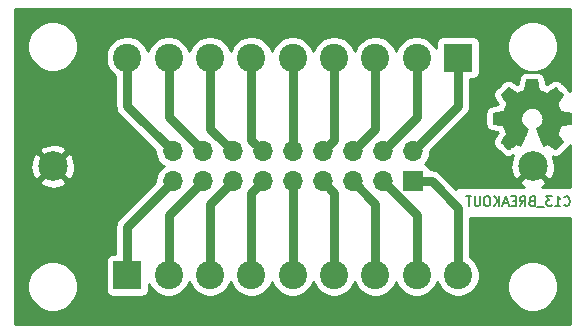
<source format=gbr>
G04 #@! TF.GenerationSoftware,KiCad,Pcbnew,5.1.5+dfsg1-2build2*
G04 #@! TF.CreationDate,2021-09-29T17:25:42-05:00*
G04 #@! TF.ProjectId,C13,4331332e-6b69-4636-9164-5f7063625858,rev?*
G04 #@! TF.SameCoordinates,Original*
G04 #@! TF.FileFunction,Copper,L2,Bot*
G04 #@! TF.FilePolarity,Positive*
%FSLAX46Y46*%
G04 Gerber Fmt 4.6, Leading zero omitted, Abs format (unit mm)*
G04 Created by KiCad (PCBNEW 5.1.5+dfsg1-2build2) date 2021-09-29 17:25:42*
%MOMM*%
%LPD*%
G04 APERTURE LIST*
%ADD10C,0.200000*%
%ADD11C,0.010000*%
%ADD12C,2.400000*%
%ADD13R,2.400000X2.400000*%
%ADD14C,2.499360*%
%ADD15O,1.700000X1.700000*%
%ADD16R,1.700000X1.700000*%
%ADD17C,0.750000*%
%ADD18C,0.254000*%
G04 APERTURE END LIST*
D10*
X67112666Y-37242714D02*
X67150761Y-37280809D01*
X67265047Y-37318904D01*
X67341238Y-37318904D01*
X67455523Y-37280809D01*
X67531714Y-37204619D01*
X67569809Y-37128428D01*
X67607904Y-36976047D01*
X67607904Y-36861761D01*
X67569809Y-36709380D01*
X67531714Y-36633190D01*
X67455523Y-36557000D01*
X67341238Y-36518904D01*
X67265047Y-36518904D01*
X67150761Y-36557000D01*
X67112666Y-36595095D01*
X66350761Y-37318904D02*
X66807904Y-37318904D01*
X66579333Y-37318904D02*
X66579333Y-36518904D01*
X66655523Y-36633190D01*
X66731714Y-36709380D01*
X66807904Y-36747476D01*
X66084095Y-36518904D02*
X65588857Y-36518904D01*
X65855523Y-36823666D01*
X65741238Y-36823666D01*
X65665047Y-36861761D01*
X65626952Y-36899857D01*
X65588857Y-36976047D01*
X65588857Y-37166523D01*
X65626952Y-37242714D01*
X65665047Y-37280809D01*
X65741238Y-37318904D01*
X65969809Y-37318904D01*
X66046000Y-37280809D01*
X66084095Y-37242714D01*
X65436476Y-37395095D02*
X64826952Y-37395095D01*
X64369809Y-36899857D02*
X64255523Y-36937952D01*
X64217428Y-36976047D01*
X64179333Y-37052238D01*
X64179333Y-37166523D01*
X64217428Y-37242714D01*
X64255523Y-37280809D01*
X64331714Y-37318904D01*
X64636476Y-37318904D01*
X64636476Y-36518904D01*
X64369809Y-36518904D01*
X64293619Y-36557000D01*
X64255523Y-36595095D01*
X64217428Y-36671285D01*
X64217428Y-36747476D01*
X64255523Y-36823666D01*
X64293619Y-36861761D01*
X64369809Y-36899857D01*
X64636476Y-36899857D01*
X63379333Y-37318904D02*
X63646000Y-36937952D01*
X63836476Y-37318904D02*
X63836476Y-36518904D01*
X63531714Y-36518904D01*
X63455523Y-36557000D01*
X63417428Y-36595095D01*
X63379333Y-36671285D01*
X63379333Y-36785571D01*
X63417428Y-36861761D01*
X63455523Y-36899857D01*
X63531714Y-36937952D01*
X63836476Y-36937952D01*
X63036476Y-36899857D02*
X62769809Y-36899857D01*
X62655523Y-37318904D02*
X63036476Y-37318904D01*
X63036476Y-36518904D01*
X62655523Y-36518904D01*
X62350761Y-37090333D02*
X61969809Y-37090333D01*
X62426952Y-37318904D02*
X62160285Y-36518904D01*
X61893619Y-37318904D01*
X61626952Y-37318904D02*
X61626952Y-36518904D01*
X61169809Y-37318904D02*
X61512666Y-36861761D01*
X61169809Y-36518904D02*
X61626952Y-36976047D01*
X60674571Y-36518904D02*
X60522190Y-36518904D01*
X60445999Y-36557000D01*
X60369809Y-36633190D01*
X60331714Y-36785571D01*
X60331714Y-37052238D01*
X60369809Y-37204619D01*
X60445999Y-37280809D01*
X60522190Y-37318904D01*
X60674571Y-37318904D01*
X60750761Y-37280809D01*
X60826952Y-37204619D01*
X60865047Y-37052238D01*
X60865047Y-36785571D01*
X60826952Y-36633190D01*
X60750761Y-36557000D01*
X60674571Y-36518904D01*
X59988857Y-36518904D02*
X59988857Y-37166523D01*
X59950761Y-37242714D01*
X59912666Y-37280809D01*
X59836476Y-37318904D01*
X59684095Y-37318904D01*
X59607904Y-37280809D01*
X59569809Y-37242714D01*
X59531714Y-37166523D01*
X59531714Y-36518904D01*
X59265047Y-36518904D02*
X58807904Y-36518904D01*
X59036476Y-37318904D02*
X59036476Y-36518904D01*
D11*
G36*
X63833186Y-27059931D02*
G01*
X63749365Y-27504555D01*
X63440080Y-27632053D01*
X63130794Y-27759551D01*
X62759754Y-27507246D01*
X62655843Y-27436996D01*
X62561913Y-27374272D01*
X62482348Y-27321938D01*
X62421530Y-27282857D01*
X62383843Y-27259893D01*
X62373579Y-27254942D01*
X62355090Y-27267676D01*
X62315580Y-27302882D01*
X62259478Y-27356062D01*
X62191213Y-27422718D01*
X62115214Y-27498354D01*
X62035908Y-27578472D01*
X61957725Y-27658574D01*
X61885093Y-27734164D01*
X61822441Y-27800745D01*
X61774197Y-27853818D01*
X61744790Y-27888887D01*
X61737759Y-27900623D01*
X61747877Y-27922260D01*
X61776241Y-27969662D01*
X61819871Y-28038193D01*
X61875782Y-28123215D01*
X61940994Y-28220093D01*
X61978781Y-28275350D01*
X62047657Y-28376248D01*
X62108860Y-28467299D01*
X62159422Y-28543970D01*
X62196372Y-28601728D01*
X62216742Y-28636043D01*
X62219803Y-28643254D01*
X62212864Y-28663748D01*
X62193949Y-28711513D01*
X62165913Y-28779832D01*
X62131609Y-28861989D01*
X62093891Y-28951270D01*
X62055613Y-29040958D01*
X62019630Y-29124338D01*
X61988794Y-29194694D01*
X61965961Y-29245310D01*
X61953983Y-29269471D01*
X61953276Y-29270422D01*
X61934469Y-29275036D01*
X61884382Y-29285328D01*
X61808207Y-29300287D01*
X61711135Y-29318901D01*
X61598357Y-29340159D01*
X61532558Y-29352418D01*
X61412050Y-29375362D01*
X61303203Y-29397195D01*
X61211524Y-29416722D01*
X61142519Y-29432748D01*
X61101696Y-29444079D01*
X61093489Y-29447674D01*
X61085452Y-29472006D01*
X61078967Y-29526959D01*
X61074030Y-29606108D01*
X61070636Y-29703026D01*
X61068782Y-29811287D01*
X61068462Y-29924465D01*
X61069673Y-30036135D01*
X61072410Y-30139868D01*
X61076669Y-30229241D01*
X61082445Y-30297826D01*
X61089733Y-30339197D01*
X61094105Y-30347810D01*
X61120236Y-30358133D01*
X61175607Y-30372892D01*
X61252893Y-30390352D01*
X61344770Y-30408780D01*
X61376842Y-30414741D01*
X61531476Y-30443066D01*
X61653625Y-30465876D01*
X61747327Y-30484080D01*
X61816616Y-30498583D01*
X61865529Y-30510292D01*
X61898103Y-30520115D01*
X61918372Y-30528956D01*
X61930374Y-30537724D01*
X61932053Y-30539457D01*
X61948816Y-30567371D01*
X61974386Y-30621695D01*
X62006212Y-30695777D01*
X62041740Y-30782965D01*
X62078417Y-30876608D01*
X62113689Y-30970052D01*
X62145004Y-31056647D01*
X62169807Y-31129740D01*
X62185546Y-31182678D01*
X62189668Y-31208811D01*
X62189324Y-31209726D01*
X62175359Y-31231086D01*
X62143678Y-31278084D01*
X62097609Y-31345827D01*
X62040482Y-31429423D01*
X61975627Y-31523982D01*
X61957157Y-31550854D01*
X61891301Y-31648275D01*
X61833350Y-31737163D01*
X61786462Y-31812412D01*
X61753793Y-31868920D01*
X61738500Y-31901581D01*
X61737759Y-31905593D01*
X61750608Y-31926684D01*
X61786112Y-31968464D01*
X61839707Y-32026445D01*
X61906829Y-32096135D01*
X61982913Y-32173045D01*
X62063396Y-32252683D01*
X62143713Y-32330561D01*
X62219301Y-32402186D01*
X62285595Y-32463070D01*
X62338031Y-32508721D01*
X62372045Y-32534650D01*
X62381455Y-32538883D01*
X62403357Y-32528912D01*
X62448200Y-32502020D01*
X62508679Y-32462736D01*
X62555211Y-32431117D01*
X62639525Y-32373098D01*
X62739374Y-32304784D01*
X62839527Y-32236579D01*
X62893373Y-32200075D01*
X63075629Y-32076800D01*
X63228619Y-32159520D01*
X63298318Y-32195759D01*
X63357586Y-32223926D01*
X63397689Y-32239991D01*
X63407897Y-32242226D01*
X63420171Y-32225722D01*
X63444387Y-32179082D01*
X63478737Y-32106609D01*
X63521412Y-32012606D01*
X63570606Y-31901374D01*
X63624510Y-31777215D01*
X63681316Y-31644432D01*
X63739218Y-31507327D01*
X63796407Y-31370202D01*
X63851076Y-31237358D01*
X63901416Y-31113098D01*
X63945620Y-31001725D01*
X63981881Y-30907539D01*
X64008391Y-30834844D01*
X64023342Y-30787941D01*
X64025746Y-30771833D01*
X64006689Y-30751286D01*
X63964964Y-30717933D01*
X63909294Y-30678702D01*
X63904622Y-30675599D01*
X63760736Y-30560423D01*
X63644717Y-30426053D01*
X63557570Y-30276784D01*
X63500301Y-30116913D01*
X63473914Y-29950737D01*
X63479415Y-29782552D01*
X63517810Y-29616655D01*
X63590105Y-29457342D01*
X63611374Y-29422487D01*
X63722004Y-29281737D01*
X63852698Y-29168714D01*
X63998936Y-29084003D01*
X64156192Y-29028194D01*
X64319943Y-29001874D01*
X64485667Y-29005630D01*
X64648838Y-29040050D01*
X64804935Y-29105723D01*
X64949433Y-29203235D01*
X64994131Y-29242813D01*
X65107888Y-29366703D01*
X65190782Y-29497124D01*
X65247644Y-29643315D01*
X65279313Y-29788088D01*
X65287131Y-29950860D01*
X65261062Y-30114440D01*
X65203755Y-30273298D01*
X65117856Y-30421906D01*
X65006014Y-30554735D01*
X64870877Y-30666256D01*
X64853117Y-30678011D01*
X64796850Y-30716508D01*
X64754077Y-30749863D01*
X64733628Y-30771160D01*
X64733331Y-30771833D01*
X64737721Y-30794871D01*
X64755124Y-30847157D01*
X64783732Y-30924390D01*
X64821735Y-31022268D01*
X64867326Y-31136491D01*
X64918697Y-31262758D01*
X64974038Y-31396767D01*
X65031542Y-31534218D01*
X65089399Y-31670808D01*
X65145802Y-31802237D01*
X65198942Y-31924205D01*
X65247010Y-32032409D01*
X65288199Y-32122549D01*
X65320699Y-32190323D01*
X65342703Y-32231430D01*
X65351564Y-32242226D01*
X65378640Y-32233819D01*
X65429303Y-32211272D01*
X65494817Y-32178613D01*
X65530841Y-32159520D01*
X65683832Y-32076800D01*
X65866088Y-32200075D01*
X65959125Y-32263228D01*
X66060985Y-32332727D01*
X66156438Y-32398165D01*
X66204250Y-32431117D01*
X66271495Y-32476273D01*
X66328436Y-32512057D01*
X66367646Y-32533938D01*
X66380381Y-32538563D01*
X66398917Y-32526085D01*
X66439941Y-32491252D01*
X66499475Y-32437678D01*
X66573542Y-32368983D01*
X66658165Y-32288781D01*
X66711685Y-32237286D01*
X66805319Y-32145286D01*
X66886241Y-32062999D01*
X66951177Y-31993945D01*
X66996858Y-31941644D01*
X67020011Y-31909616D01*
X67022232Y-31903116D01*
X67011924Y-31878394D01*
X66983439Y-31828405D01*
X66939937Y-31758212D01*
X66884577Y-31672875D01*
X66820520Y-31577456D01*
X66802303Y-31550854D01*
X66735927Y-31454167D01*
X66676378Y-31367117D01*
X66626984Y-31294595D01*
X66591075Y-31241493D01*
X66571981Y-31212703D01*
X66570136Y-31209726D01*
X66572895Y-31186782D01*
X66587538Y-31136336D01*
X66611513Y-31065041D01*
X66642266Y-30979547D01*
X66677244Y-30886507D01*
X66713893Y-30792574D01*
X66749661Y-30704399D01*
X66781994Y-30628634D01*
X66808338Y-30571931D01*
X66826142Y-30540943D01*
X66827407Y-30539457D01*
X66838294Y-30530601D01*
X66856682Y-30521843D01*
X66886606Y-30512277D01*
X66932103Y-30500996D01*
X66997209Y-30487093D01*
X67085961Y-30469663D01*
X67202393Y-30447798D01*
X67350542Y-30420591D01*
X67382618Y-30414741D01*
X67477686Y-30396374D01*
X67560565Y-30378405D01*
X67623930Y-30362569D01*
X67660458Y-30350600D01*
X67665356Y-30347810D01*
X67673427Y-30323072D01*
X67679987Y-30267790D01*
X67685033Y-30188389D01*
X67688559Y-30091296D01*
X67690561Y-29982938D01*
X67691036Y-29869740D01*
X67689977Y-29758128D01*
X67687382Y-29654529D01*
X67683246Y-29565368D01*
X67677563Y-29497072D01*
X67670331Y-29456066D01*
X67665971Y-29447674D01*
X67641698Y-29439208D01*
X67586426Y-29425435D01*
X67505662Y-29407550D01*
X67404912Y-29386748D01*
X67289683Y-29364223D01*
X67226902Y-29352418D01*
X67107787Y-29330151D01*
X67001565Y-29309979D01*
X66913427Y-29292915D01*
X66848566Y-29279969D01*
X66812174Y-29272155D01*
X66806184Y-29270422D01*
X66796061Y-29250890D01*
X66774662Y-29203843D01*
X66744839Y-29136003D01*
X66709445Y-29054091D01*
X66671332Y-28964828D01*
X66633353Y-28874935D01*
X66598360Y-28791135D01*
X66569206Y-28720147D01*
X66548743Y-28668694D01*
X66539823Y-28643497D01*
X66539657Y-28642396D01*
X66549769Y-28622519D01*
X66578117Y-28576777D01*
X66621723Y-28509717D01*
X66677606Y-28425884D01*
X66742787Y-28329826D01*
X66780679Y-28274650D01*
X66849725Y-28173481D01*
X66911050Y-28081630D01*
X66961663Y-28003744D01*
X66998571Y-27944469D01*
X67018782Y-27908451D01*
X67021701Y-27900377D01*
X67009153Y-27881584D01*
X66974463Y-27841457D01*
X66922063Y-27784493D01*
X66856384Y-27715185D01*
X66781856Y-27638031D01*
X66702913Y-27557525D01*
X66623983Y-27478163D01*
X66549500Y-27404440D01*
X66483894Y-27340852D01*
X66431596Y-27291894D01*
X66397039Y-27262061D01*
X66385478Y-27254942D01*
X66366654Y-27264953D01*
X66321631Y-27293078D01*
X66254787Y-27336454D01*
X66170499Y-27392218D01*
X66073144Y-27457506D01*
X65999707Y-27507246D01*
X65628667Y-27759551D01*
X65010095Y-27504555D01*
X64926275Y-27059931D01*
X64842454Y-26615307D01*
X63917006Y-26615307D01*
X63833186Y-27059931D01*
G37*
X63833186Y-27059931D02*
X63749365Y-27504555D01*
X63440080Y-27632053D01*
X63130794Y-27759551D01*
X62759754Y-27507246D01*
X62655843Y-27436996D01*
X62561913Y-27374272D01*
X62482348Y-27321938D01*
X62421530Y-27282857D01*
X62383843Y-27259893D01*
X62373579Y-27254942D01*
X62355090Y-27267676D01*
X62315580Y-27302882D01*
X62259478Y-27356062D01*
X62191213Y-27422718D01*
X62115214Y-27498354D01*
X62035908Y-27578472D01*
X61957725Y-27658574D01*
X61885093Y-27734164D01*
X61822441Y-27800745D01*
X61774197Y-27853818D01*
X61744790Y-27888887D01*
X61737759Y-27900623D01*
X61747877Y-27922260D01*
X61776241Y-27969662D01*
X61819871Y-28038193D01*
X61875782Y-28123215D01*
X61940994Y-28220093D01*
X61978781Y-28275350D01*
X62047657Y-28376248D01*
X62108860Y-28467299D01*
X62159422Y-28543970D01*
X62196372Y-28601728D01*
X62216742Y-28636043D01*
X62219803Y-28643254D01*
X62212864Y-28663748D01*
X62193949Y-28711513D01*
X62165913Y-28779832D01*
X62131609Y-28861989D01*
X62093891Y-28951270D01*
X62055613Y-29040958D01*
X62019630Y-29124338D01*
X61988794Y-29194694D01*
X61965961Y-29245310D01*
X61953983Y-29269471D01*
X61953276Y-29270422D01*
X61934469Y-29275036D01*
X61884382Y-29285328D01*
X61808207Y-29300287D01*
X61711135Y-29318901D01*
X61598357Y-29340159D01*
X61532558Y-29352418D01*
X61412050Y-29375362D01*
X61303203Y-29397195D01*
X61211524Y-29416722D01*
X61142519Y-29432748D01*
X61101696Y-29444079D01*
X61093489Y-29447674D01*
X61085452Y-29472006D01*
X61078967Y-29526959D01*
X61074030Y-29606108D01*
X61070636Y-29703026D01*
X61068782Y-29811287D01*
X61068462Y-29924465D01*
X61069673Y-30036135D01*
X61072410Y-30139868D01*
X61076669Y-30229241D01*
X61082445Y-30297826D01*
X61089733Y-30339197D01*
X61094105Y-30347810D01*
X61120236Y-30358133D01*
X61175607Y-30372892D01*
X61252893Y-30390352D01*
X61344770Y-30408780D01*
X61376842Y-30414741D01*
X61531476Y-30443066D01*
X61653625Y-30465876D01*
X61747327Y-30484080D01*
X61816616Y-30498583D01*
X61865529Y-30510292D01*
X61898103Y-30520115D01*
X61918372Y-30528956D01*
X61930374Y-30537724D01*
X61932053Y-30539457D01*
X61948816Y-30567371D01*
X61974386Y-30621695D01*
X62006212Y-30695777D01*
X62041740Y-30782965D01*
X62078417Y-30876608D01*
X62113689Y-30970052D01*
X62145004Y-31056647D01*
X62169807Y-31129740D01*
X62185546Y-31182678D01*
X62189668Y-31208811D01*
X62189324Y-31209726D01*
X62175359Y-31231086D01*
X62143678Y-31278084D01*
X62097609Y-31345827D01*
X62040482Y-31429423D01*
X61975627Y-31523982D01*
X61957157Y-31550854D01*
X61891301Y-31648275D01*
X61833350Y-31737163D01*
X61786462Y-31812412D01*
X61753793Y-31868920D01*
X61738500Y-31901581D01*
X61737759Y-31905593D01*
X61750608Y-31926684D01*
X61786112Y-31968464D01*
X61839707Y-32026445D01*
X61906829Y-32096135D01*
X61982913Y-32173045D01*
X62063396Y-32252683D01*
X62143713Y-32330561D01*
X62219301Y-32402186D01*
X62285595Y-32463070D01*
X62338031Y-32508721D01*
X62372045Y-32534650D01*
X62381455Y-32538883D01*
X62403357Y-32528912D01*
X62448200Y-32502020D01*
X62508679Y-32462736D01*
X62555211Y-32431117D01*
X62639525Y-32373098D01*
X62739374Y-32304784D01*
X62839527Y-32236579D01*
X62893373Y-32200075D01*
X63075629Y-32076800D01*
X63228619Y-32159520D01*
X63298318Y-32195759D01*
X63357586Y-32223926D01*
X63397689Y-32239991D01*
X63407897Y-32242226D01*
X63420171Y-32225722D01*
X63444387Y-32179082D01*
X63478737Y-32106609D01*
X63521412Y-32012606D01*
X63570606Y-31901374D01*
X63624510Y-31777215D01*
X63681316Y-31644432D01*
X63739218Y-31507327D01*
X63796407Y-31370202D01*
X63851076Y-31237358D01*
X63901416Y-31113098D01*
X63945620Y-31001725D01*
X63981881Y-30907539D01*
X64008391Y-30834844D01*
X64023342Y-30787941D01*
X64025746Y-30771833D01*
X64006689Y-30751286D01*
X63964964Y-30717933D01*
X63909294Y-30678702D01*
X63904622Y-30675599D01*
X63760736Y-30560423D01*
X63644717Y-30426053D01*
X63557570Y-30276784D01*
X63500301Y-30116913D01*
X63473914Y-29950737D01*
X63479415Y-29782552D01*
X63517810Y-29616655D01*
X63590105Y-29457342D01*
X63611374Y-29422487D01*
X63722004Y-29281737D01*
X63852698Y-29168714D01*
X63998936Y-29084003D01*
X64156192Y-29028194D01*
X64319943Y-29001874D01*
X64485667Y-29005630D01*
X64648838Y-29040050D01*
X64804935Y-29105723D01*
X64949433Y-29203235D01*
X64994131Y-29242813D01*
X65107888Y-29366703D01*
X65190782Y-29497124D01*
X65247644Y-29643315D01*
X65279313Y-29788088D01*
X65287131Y-29950860D01*
X65261062Y-30114440D01*
X65203755Y-30273298D01*
X65117856Y-30421906D01*
X65006014Y-30554735D01*
X64870877Y-30666256D01*
X64853117Y-30678011D01*
X64796850Y-30716508D01*
X64754077Y-30749863D01*
X64733628Y-30771160D01*
X64733331Y-30771833D01*
X64737721Y-30794871D01*
X64755124Y-30847157D01*
X64783732Y-30924390D01*
X64821735Y-31022268D01*
X64867326Y-31136491D01*
X64918697Y-31262758D01*
X64974038Y-31396767D01*
X65031542Y-31534218D01*
X65089399Y-31670808D01*
X65145802Y-31802237D01*
X65198942Y-31924205D01*
X65247010Y-32032409D01*
X65288199Y-32122549D01*
X65320699Y-32190323D01*
X65342703Y-32231430D01*
X65351564Y-32242226D01*
X65378640Y-32233819D01*
X65429303Y-32211272D01*
X65494817Y-32178613D01*
X65530841Y-32159520D01*
X65683832Y-32076800D01*
X65866088Y-32200075D01*
X65959125Y-32263228D01*
X66060985Y-32332727D01*
X66156438Y-32398165D01*
X66204250Y-32431117D01*
X66271495Y-32476273D01*
X66328436Y-32512057D01*
X66367646Y-32533938D01*
X66380381Y-32538563D01*
X66398917Y-32526085D01*
X66439941Y-32491252D01*
X66499475Y-32437678D01*
X66573542Y-32368983D01*
X66658165Y-32288781D01*
X66711685Y-32237286D01*
X66805319Y-32145286D01*
X66886241Y-32062999D01*
X66951177Y-31993945D01*
X66996858Y-31941644D01*
X67020011Y-31909616D01*
X67022232Y-31903116D01*
X67011924Y-31878394D01*
X66983439Y-31828405D01*
X66939937Y-31758212D01*
X66884577Y-31672875D01*
X66820520Y-31577456D01*
X66802303Y-31550854D01*
X66735927Y-31454167D01*
X66676378Y-31367117D01*
X66626984Y-31294595D01*
X66591075Y-31241493D01*
X66571981Y-31212703D01*
X66570136Y-31209726D01*
X66572895Y-31186782D01*
X66587538Y-31136336D01*
X66611513Y-31065041D01*
X66642266Y-30979547D01*
X66677244Y-30886507D01*
X66713893Y-30792574D01*
X66749661Y-30704399D01*
X66781994Y-30628634D01*
X66808338Y-30571931D01*
X66826142Y-30540943D01*
X66827407Y-30539457D01*
X66838294Y-30530601D01*
X66856682Y-30521843D01*
X66886606Y-30512277D01*
X66932103Y-30500996D01*
X66997209Y-30487093D01*
X67085961Y-30469663D01*
X67202393Y-30447798D01*
X67350542Y-30420591D01*
X67382618Y-30414741D01*
X67477686Y-30396374D01*
X67560565Y-30378405D01*
X67623930Y-30362569D01*
X67660458Y-30350600D01*
X67665356Y-30347810D01*
X67673427Y-30323072D01*
X67679987Y-30267790D01*
X67685033Y-30188389D01*
X67688559Y-30091296D01*
X67690561Y-29982938D01*
X67691036Y-29869740D01*
X67689977Y-29758128D01*
X67687382Y-29654529D01*
X67683246Y-29565368D01*
X67677563Y-29497072D01*
X67670331Y-29456066D01*
X67665971Y-29447674D01*
X67641698Y-29439208D01*
X67586426Y-29425435D01*
X67505662Y-29407550D01*
X67404912Y-29386748D01*
X67289683Y-29364223D01*
X67226902Y-29352418D01*
X67107787Y-29330151D01*
X67001565Y-29309979D01*
X66913427Y-29292915D01*
X66848566Y-29279969D01*
X66812174Y-29272155D01*
X66806184Y-29270422D01*
X66796061Y-29250890D01*
X66774662Y-29203843D01*
X66744839Y-29136003D01*
X66709445Y-29054091D01*
X66671332Y-28964828D01*
X66633353Y-28874935D01*
X66598360Y-28791135D01*
X66569206Y-28720147D01*
X66548743Y-28668694D01*
X66539823Y-28643497D01*
X66539657Y-28642396D01*
X66549769Y-28622519D01*
X66578117Y-28576777D01*
X66621723Y-28509717D01*
X66677606Y-28425884D01*
X66742787Y-28329826D01*
X66780679Y-28274650D01*
X66849725Y-28173481D01*
X66911050Y-28081630D01*
X66961663Y-28003744D01*
X66998571Y-27944469D01*
X67018782Y-27908451D01*
X67021701Y-27900377D01*
X67009153Y-27881584D01*
X66974463Y-27841457D01*
X66922063Y-27784493D01*
X66856384Y-27715185D01*
X66781856Y-27638031D01*
X66702913Y-27557525D01*
X66623983Y-27478163D01*
X66549500Y-27404440D01*
X66483894Y-27340852D01*
X66431596Y-27291894D01*
X66397039Y-27262061D01*
X66385478Y-27254942D01*
X66366654Y-27264953D01*
X66321631Y-27293078D01*
X66254787Y-27336454D01*
X66170499Y-27392218D01*
X66073144Y-27457506D01*
X65999707Y-27507246D01*
X65628667Y-27759551D01*
X65010095Y-27504555D01*
X64926275Y-27059931D01*
X64842454Y-26615307D01*
X63917006Y-26615307D01*
X63833186Y-27059931D01*
D12*
X30130000Y-24757000D03*
X33630000Y-24757000D03*
X37130000Y-24757000D03*
X40630000Y-24757000D03*
X44130000Y-24757000D03*
X47630000Y-24757000D03*
X51130000Y-24757000D03*
X54630000Y-24757000D03*
D13*
X58130000Y-24757000D03*
D12*
X58130000Y-43188000D03*
X54630000Y-43188000D03*
X51130000Y-43188000D03*
X47630000Y-43188000D03*
X44130000Y-43188000D03*
X40630000Y-43188000D03*
X37130000Y-43188000D03*
X33630000Y-43188000D03*
D13*
X30130000Y-43188000D03*
D14*
X23810000Y-33970000D03*
D15*
X33970000Y-32700000D03*
X33970000Y-35240000D03*
X36510000Y-32700000D03*
X36510000Y-35240000D03*
X39050000Y-32700000D03*
X39050000Y-35240000D03*
X41590000Y-32700000D03*
X41590000Y-35240000D03*
X44130000Y-32700000D03*
X44130000Y-35240000D03*
X46670000Y-32700000D03*
X46670000Y-35240000D03*
X49210000Y-32700000D03*
X49210000Y-35240000D03*
X51750000Y-32700000D03*
X51750000Y-35240000D03*
X54290000Y-32700000D03*
D16*
X54290000Y-35240000D03*
D14*
X64450000Y-33970000D03*
D17*
X55890000Y-35240000D02*
X54290000Y-35240000D01*
X58130000Y-37480000D02*
X55890000Y-35240000D01*
X58130000Y-43188000D02*
X58130000Y-37480000D01*
X54630000Y-38120000D02*
X51750000Y-35240000D01*
X54630000Y-43188000D02*
X54630000Y-38120000D01*
X51130000Y-37160000D02*
X49210000Y-35240000D01*
X51130000Y-43188000D02*
X51130000Y-37160000D01*
X47630000Y-36200000D02*
X46670000Y-35240000D01*
X47630000Y-43188000D02*
X47630000Y-36200000D01*
X44130000Y-43188000D02*
X44130000Y-35240000D01*
X40630000Y-36200000D02*
X41590000Y-35240000D01*
X40630000Y-43188000D02*
X40630000Y-36200000D01*
X37130000Y-37160000D02*
X39050000Y-35240000D01*
X37130000Y-43188000D02*
X37130000Y-37160000D01*
X33630000Y-38120000D02*
X36510000Y-35240000D01*
X33630000Y-43188000D02*
X33630000Y-38120000D01*
X30130000Y-39080000D02*
X33970000Y-35240000D01*
X30130000Y-43188000D02*
X30130000Y-39080000D01*
X30130000Y-28860000D02*
X33970000Y-32700000D01*
X30130000Y-24757000D02*
X30130000Y-28860000D01*
X33630000Y-29820000D02*
X36510000Y-32700000D01*
X33630000Y-24757000D02*
X33630000Y-29820000D01*
X37130000Y-30780000D02*
X39050000Y-32700000D01*
X37130000Y-24757000D02*
X37130000Y-30780000D01*
X40630000Y-31740000D02*
X41590000Y-32700000D01*
X40630000Y-24757000D02*
X40630000Y-31740000D01*
X44130000Y-24757000D02*
X44130000Y-32700000D01*
X47630000Y-31740000D02*
X46670000Y-32700000D01*
X47630000Y-24757000D02*
X47630000Y-31740000D01*
X51130000Y-30780000D02*
X49210000Y-32700000D01*
X51130000Y-24757000D02*
X51130000Y-30780000D01*
X54630000Y-29820000D02*
X51750000Y-32700000D01*
X54630000Y-24757000D02*
X54630000Y-29820000D01*
X58130000Y-28860000D02*
X58130000Y-24757000D01*
X54290000Y-32700000D02*
X58130000Y-28860000D01*
D18*
G36*
X67600000Y-27627118D02*
G01*
X67579401Y-27592180D01*
X67571480Y-27576854D01*
X67569754Y-27572835D01*
X67568330Y-27570759D01*
X67558871Y-27552456D01*
X67553960Y-27544990D01*
X67541412Y-27526197D01*
X67519061Y-27498920D01*
X67499109Y-27469827D01*
X67493312Y-27463026D01*
X67458622Y-27422899D01*
X67454693Y-27419163D01*
X67451491Y-27414790D01*
X67445487Y-27408171D01*
X67393087Y-27351208D01*
X67392884Y-27351026D01*
X67392712Y-27350799D01*
X67386610Y-27344270D01*
X67320931Y-27274962D01*
X67320826Y-27274871D01*
X67316698Y-27270538D01*
X67242170Y-27193384D01*
X67242053Y-27193285D01*
X67238819Y-27189940D01*
X67159875Y-27109434D01*
X67159754Y-27109332D01*
X67156695Y-27106214D01*
X67077765Y-27026851D01*
X67077641Y-27026749D01*
X67074205Y-27023300D01*
X66999722Y-26949577D01*
X66999627Y-26949499D01*
X66994925Y-26944879D01*
X66929319Y-26881291D01*
X66928466Y-26880613D01*
X66927758Y-26879783D01*
X66921277Y-26873630D01*
X66868979Y-26824672D01*
X66862281Y-26819531D01*
X66856543Y-26813333D01*
X66849819Y-26807446D01*
X66815262Y-26777613D01*
X66777040Y-26750646D01*
X66740193Y-26721833D01*
X66732616Y-26717095D01*
X66721056Y-26709976D01*
X66715660Y-26707341D01*
X66713200Y-26705606D01*
X66705726Y-26702278D01*
X66693751Y-26694080D01*
X66650810Y-26675680D01*
X66608813Y-26655175D01*
X66593504Y-26651123D01*
X66578941Y-26644883D01*
X66533219Y-26635169D01*
X66488064Y-26623218D01*
X66472261Y-26622217D01*
X66456762Y-26618924D01*
X66410038Y-26618276D01*
X66363408Y-26615322D01*
X66347705Y-26617411D01*
X66331868Y-26617191D01*
X66285917Y-26625629D01*
X66239592Y-26631791D01*
X66224591Y-26636891D01*
X66209016Y-26639751D01*
X66165578Y-26656953D01*
X66121333Y-26671995D01*
X66107614Y-26679908D01*
X66092885Y-26685741D01*
X66084967Y-26689882D01*
X66066143Y-26699893D01*
X66051288Y-26709764D01*
X66035191Y-26717474D01*
X66027580Y-26722156D01*
X65982556Y-26750281D01*
X65981720Y-26750925D01*
X65980778Y-26751396D01*
X65973248Y-26756208D01*
X65906404Y-26799584D01*
X65906289Y-26799676D01*
X65901658Y-26802694D01*
X65817369Y-26858458D01*
X65817246Y-26858558D01*
X65814038Y-26860677D01*
X65716683Y-26925965D01*
X65716573Y-26926056D01*
X65714239Y-26927613D01*
X65640802Y-26977352D01*
X65640747Y-26977398D01*
X65639830Y-26978012D01*
X65570937Y-27024859D01*
X65555197Y-26941367D01*
X65555197Y-26941366D01*
X65471376Y-26496742D01*
X65471181Y-26496074D01*
X65471118Y-26495383D01*
X65453648Y-26436026D01*
X65436368Y-26376842D01*
X65436049Y-26376229D01*
X65435852Y-26375559D01*
X65407163Y-26320683D01*
X65378739Y-26266025D01*
X65378305Y-26265483D01*
X65377983Y-26264867D01*
X65339351Y-26216818D01*
X65300684Y-26168511D01*
X65300151Y-26168062D01*
X65299717Y-26167522D01*
X65252381Y-26127803D01*
X65205173Y-26088017D01*
X65204567Y-26087682D01*
X65204033Y-26087234D01*
X65149605Y-26057312D01*
X65095847Y-26027607D01*
X65095190Y-26027397D01*
X65094577Y-26027060D01*
X65035530Y-26008330D01*
X64976870Y-25989582D01*
X64976179Y-25989503D01*
X64975517Y-25989293D01*
X64914115Y-25982405D01*
X64852773Y-25975390D01*
X64852081Y-25975447D01*
X64851390Y-25975369D01*
X64842454Y-25975307D01*
X63917006Y-25975307D01*
X63916316Y-25975375D01*
X63915621Y-25975308D01*
X63853946Y-25981490D01*
X63792696Y-25987496D01*
X63792032Y-25987696D01*
X63791338Y-25987766D01*
X63732190Y-26005764D01*
X63673121Y-26023598D01*
X63672506Y-26023925D01*
X63671842Y-26024127D01*
X63617382Y-26053234D01*
X63562835Y-26082237D01*
X63562297Y-26082676D01*
X63561683Y-26083004D01*
X63513722Y-26122293D01*
X63466040Y-26161182D01*
X63465600Y-26161714D01*
X63465058Y-26162158D01*
X63425593Y-26210074D01*
X63386422Y-26257424D01*
X63386092Y-26258034D01*
X63385649Y-26258572D01*
X63356371Y-26313003D01*
X63327014Y-26367297D01*
X63326808Y-26367962D01*
X63326479Y-26368574D01*
X63308338Y-26427628D01*
X63290078Y-26486617D01*
X63290005Y-26487308D01*
X63289801Y-26487973D01*
X63288084Y-26496743D01*
X63204269Y-26941340D01*
X63204264Y-26941366D01*
X63188524Y-27024859D01*
X63119630Y-26978012D01*
X63119552Y-26977970D01*
X63118202Y-26977043D01*
X63014291Y-26906793D01*
X63014157Y-26906720D01*
X63011259Y-26904756D01*
X62917329Y-26842032D01*
X62917187Y-26841956D01*
X62913614Y-26839570D01*
X62834049Y-26787236D01*
X62833948Y-26787183D01*
X62828331Y-26783518D01*
X62767513Y-26744437D01*
X62764671Y-26742981D01*
X62762149Y-26741028D01*
X62754551Y-26736325D01*
X62716864Y-26713361D01*
X62692668Y-26701687D01*
X62669921Y-26687390D01*
X62661899Y-26683451D01*
X62651635Y-26678500D01*
X62633202Y-26671736D01*
X62615847Y-26662569D01*
X62604643Y-26659220D01*
X62604366Y-26659086D01*
X62603074Y-26658750D01*
X62574693Y-26650266D01*
X62534374Y-26635471D01*
X62514989Y-26632418D01*
X62496174Y-26626793D01*
X62453399Y-26622717D01*
X62410989Y-26616037D01*
X62391380Y-26616807D01*
X62371831Y-26614944D01*
X62329095Y-26619252D01*
X62286179Y-26620937D01*
X62267086Y-26625503D01*
X62247555Y-26627472D01*
X62206467Y-26640000D01*
X62164698Y-26649989D01*
X62146859Y-26658175D01*
X62128079Y-26663901D01*
X62090202Y-26684173D01*
X62051174Y-26702082D01*
X62035268Y-26713574D01*
X62017954Y-26722841D01*
X62010559Y-26727859D01*
X61992070Y-26740593D01*
X61964968Y-26763461D01*
X61936030Y-26783952D01*
X61929317Y-26789851D01*
X61889806Y-26825057D01*
X61886135Y-26829036D01*
X61881818Y-26832297D01*
X61875290Y-26838399D01*
X61819187Y-26891579D01*
X61819009Y-26891784D01*
X61818795Y-26891951D01*
X61812358Y-26898150D01*
X61744093Y-26964805D01*
X61743999Y-26964916D01*
X61739749Y-26969088D01*
X61663750Y-27044724D01*
X61663651Y-27044844D01*
X61660366Y-27048117D01*
X61581061Y-27128234D01*
X61580961Y-27128357D01*
X61577907Y-27131443D01*
X61499724Y-27211545D01*
X61499628Y-27211665D01*
X61496237Y-27215145D01*
X61423605Y-27290735D01*
X61423526Y-27290835D01*
X61419002Y-27295577D01*
X61356349Y-27362158D01*
X61355709Y-27362988D01*
X61354917Y-27363684D01*
X61348861Y-27370255D01*
X61300617Y-27423328D01*
X61295632Y-27430023D01*
X61289584Y-27435786D01*
X61283795Y-27442593D01*
X61254388Y-27477662D01*
X61228363Y-27515698D01*
X61200422Y-27552341D01*
X61195776Y-27559974D01*
X61188745Y-27571710D01*
X61185846Y-27577835D01*
X61183854Y-27580747D01*
X61178012Y-27594390D01*
X61163968Y-27624066D01*
X61138437Y-27676092D01*
X61137261Y-27680500D01*
X61135315Y-27684612D01*
X61121192Y-27740732D01*
X61106240Y-27796777D01*
X61105943Y-27801328D01*
X61104832Y-27805741D01*
X61101876Y-27863572D01*
X61098096Y-27921418D01*
X61098688Y-27925935D01*
X61098455Y-27930485D01*
X61106798Y-27987847D01*
X61114319Y-28045266D01*
X61115776Y-28049580D01*
X61116432Y-28054091D01*
X61135744Y-28108704D01*
X61141415Y-28125496D01*
X61142365Y-28129515D01*
X61143941Y-28132973D01*
X61154286Y-28163605D01*
X61158015Y-28171726D01*
X61168133Y-28193363D01*
X61182483Y-28217568D01*
X61194152Y-28243179D01*
X61198687Y-28250879D01*
X61227051Y-28298281D01*
X61229677Y-28301830D01*
X61231620Y-28305800D01*
X61236367Y-28313371D01*
X61279997Y-28381902D01*
X61280155Y-28382103D01*
X61280275Y-28382340D01*
X61285133Y-28389840D01*
X61341044Y-28474862D01*
X61341118Y-28474953D01*
X61344860Y-28480597D01*
X61410072Y-28577475D01*
X61410171Y-28577595D01*
X61412706Y-28581358D01*
X61450178Y-28636153D01*
X61450195Y-28636178D01*
X61498965Y-28707623D01*
X61480074Y-28711184D01*
X61415337Y-28723245D01*
X61415221Y-28723278D01*
X61412856Y-28723712D01*
X61292348Y-28746656D01*
X61292223Y-28746693D01*
X61286183Y-28747861D01*
X61177336Y-28769694D01*
X61177262Y-28769716D01*
X61169878Y-28771236D01*
X61078199Y-28790763D01*
X61076861Y-28791188D01*
X61075460Y-28791352D01*
X61066742Y-28793314D01*
X60997736Y-28809340D01*
X60989046Y-28812277D01*
X60979976Y-28813732D01*
X60971349Y-28816063D01*
X60930526Y-28827394D01*
X60892284Y-28842160D01*
X60853116Y-28854326D01*
X60844906Y-28857855D01*
X60836699Y-28861450D01*
X60824651Y-28868198D01*
X60811714Y-28873041D01*
X60770240Y-28898677D01*
X60727725Y-28922492D01*
X60717219Y-28931451D01*
X60705467Y-28938715D01*
X60669760Y-28971921D01*
X60632682Y-29003538D01*
X60624117Y-29014366D01*
X60613999Y-29023775D01*
X60585429Y-29063275D01*
X60555191Y-29101501D01*
X60548889Y-29113793D01*
X60540796Y-29124982D01*
X60520443Y-29169275D01*
X60498205Y-29212650D01*
X60494412Y-29225926D01*
X60488644Y-29238479D01*
X60485782Y-29246945D01*
X60477745Y-29271277D01*
X60464581Y-29329793D01*
X60450971Y-29388133D01*
X60450364Y-29392985D01*
X60450330Y-29393137D01*
X60450326Y-29393290D01*
X60449862Y-29397000D01*
X60443377Y-29451953D01*
X60443116Y-29465178D01*
X60440827Y-29478201D01*
X60440208Y-29487116D01*
X60435271Y-29566265D01*
X60435423Y-29570546D01*
X60434797Y-29574781D01*
X60434422Y-29583710D01*
X60431028Y-29680627D01*
X60431107Y-29681884D01*
X60430945Y-29683134D01*
X60430730Y-29692067D01*
X60428876Y-29800328D01*
X60428885Y-29800433D01*
X60428872Y-29800542D01*
X60428785Y-29809478D01*
X60428466Y-29922464D01*
X60428465Y-29922469D01*
X60428465Y-29922655D01*
X60428466Y-29922663D01*
X60428500Y-29931405D01*
X60429711Y-30043075D01*
X60429765Y-30043574D01*
X60429722Y-30044081D01*
X60429896Y-30053016D01*
X60432633Y-30156748D01*
X60432922Y-30159065D01*
X60432772Y-30161403D01*
X60433135Y-30170332D01*
X60437394Y-30259705D01*
X60438438Y-30266834D01*
X60438238Y-30274040D01*
X60438927Y-30282950D01*
X60444703Y-30351535D01*
X60449127Y-30375609D01*
X60450661Y-30400049D01*
X60452150Y-30408860D01*
X60459438Y-30450231D01*
X60466836Y-30476744D01*
X60471289Y-30503898D01*
X60483580Y-30536751D01*
X60493009Y-30570541D01*
X60501590Y-30587536D01*
X60504301Y-30596269D01*
X60509302Y-30605501D01*
X60515057Y-30620884D01*
X60519046Y-30628880D01*
X60523418Y-30637493D01*
X60539769Y-30663146D01*
X60549309Y-30682040D01*
X60554050Y-30688110D01*
X60563793Y-30706097D01*
X60578319Y-30723629D01*
X60590553Y-30742823D01*
X60618069Y-30771604D01*
X60643485Y-30802279D01*
X60661142Y-30816657D01*
X60676869Y-30833107D01*
X60709455Y-30855999D01*
X60740341Y-30881149D01*
X60760446Y-30891820D01*
X60779076Y-30904907D01*
X60815492Y-30921034D01*
X60850670Y-30939705D01*
X60858958Y-30943046D01*
X60885089Y-30953369D01*
X60916423Y-30962328D01*
X60946782Y-30974180D01*
X60955401Y-30976542D01*
X61010771Y-30991301D01*
X61018487Y-30992568D01*
X61025873Y-30995130D01*
X61034576Y-30997160D01*
X61111862Y-31014620D01*
X61115140Y-31015030D01*
X61118284Y-31016036D01*
X61127033Y-31017854D01*
X61218910Y-31036282D01*
X61218976Y-31036289D01*
X61219046Y-31036310D01*
X61227821Y-31038004D01*
X61259892Y-31043965D01*
X61259984Y-31043973D01*
X61261529Y-31044267D01*
X61415030Y-31072385D01*
X61471919Y-31083008D01*
X61481047Y-31106314D01*
X61482814Y-31110994D01*
X61447838Y-31161989D01*
X61429729Y-31188336D01*
X61429656Y-31188468D01*
X61426938Y-31192429D01*
X61361082Y-31289850D01*
X61360665Y-31290620D01*
X61360109Y-31291294D01*
X61355176Y-31298746D01*
X61297226Y-31387634D01*
X61296256Y-31389497D01*
X61294947Y-31391153D01*
X61290169Y-31398704D01*
X61243281Y-31473953D01*
X61240562Y-31479448D01*
X61236919Y-31484383D01*
X61232393Y-31492088D01*
X61199724Y-31548596D01*
X61190138Y-31569696D01*
X61178030Y-31589461D01*
X61174184Y-31597527D01*
X61158891Y-31630188D01*
X61153982Y-31644057D01*
X61147065Y-31657032D01*
X61133180Y-31702835D01*
X61117217Y-31747937D01*
X61115098Y-31762481D01*
X61110828Y-31776565D01*
X61109144Y-31785341D01*
X61108403Y-31789354D01*
X61104892Y-31830607D01*
X61098665Y-31871546D01*
X61099608Y-31892709D01*
X61097812Y-31913810D01*
X61102380Y-31954951D01*
X61104223Y-31996328D01*
X61109259Y-32016908D01*
X61111596Y-32037953D01*
X61124072Y-32077437D01*
X61133914Y-32117655D01*
X61142846Y-32136853D01*
X61149229Y-32157055D01*
X61169137Y-32193364D01*
X61186602Y-32230903D01*
X61191199Y-32238567D01*
X61204048Y-32259658D01*
X61231586Y-32296268D01*
X61257176Y-32334268D01*
X61262915Y-32341118D01*
X61298419Y-32382898D01*
X61304830Y-32389098D01*
X61310117Y-32396283D01*
X61316137Y-32402887D01*
X61369732Y-32460868D01*
X61371306Y-32462268D01*
X61372591Y-32463941D01*
X61378745Y-32470421D01*
X61445868Y-32540111D01*
X61445888Y-32540128D01*
X61451844Y-32546234D01*
X61527928Y-32623144D01*
X61528021Y-32623221D01*
X61532759Y-32627975D01*
X61613242Y-32707613D01*
X61613343Y-32707695D01*
X61617878Y-32712154D01*
X61698195Y-32790032D01*
X61698269Y-32790091D01*
X61703507Y-32795124D01*
X61779095Y-32866749D01*
X61779507Y-32867069D01*
X61779855Y-32867469D01*
X61786395Y-32873559D01*
X61852689Y-32934443D01*
X61855918Y-32936873D01*
X61858656Y-32939855D01*
X61865355Y-32945769D01*
X61917791Y-32991420D01*
X61931129Y-33000914D01*
X61942966Y-33012233D01*
X61950035Y-33017699D01*
X61984049Y-33043628D01*
X61989288Y-33046866D01*
X61993876Y-33050971D01*
X62029189Y-33071872D01*
X62039258Y-33079717D01*
X62056418Y-33088356D01*
X62090300Y-33109297D01*
X62096063Y-33111454D01*
X62101365Y-33114592D01*
X62109489Y-33118315D01*
X62118899Y-33122547D01*
X62135327Y-33128082D01*
X62150824Y-33135884D01*
X62191611Y-33147212D01*
X62207282Y-33153077D01*
X62211627Y-33153790D01*
X62237267Y-33162429D01*
X62254462Y-33164668D01*
X62271174Y-33169310D01*
X62316279Y-33172719D01*
X62361127Y-33178560D01*
X62378431Y-33177417D01*
X62395725Y-33178724D01*
X62440627Y-33173308D01*
X62485762Y-33170326D01*
X62502518Y-33165842D01*
X62519733Y-33163766D01*
X62562732Y-33149731D01*
X62606423Y-33138040D01*
X62621981Y-33130391D01*
X62638473Y-33125008D01*
X62646631Y-33121362D01*
X62668534Y-33111391D01*
X62695971Y-33095500D01*
X62724815Y-33082325D01*
X62732510Y-33077782D01*
X62777353Y-33050890D01*
X62783005Y-33046700D01*
X62789294Y-33043550D01*
X62796822Y-33038735D01*
X62813998Y-33027578D01*
X62680861Y-33294262D01*
X62583025Y-33652387D01*
X62556935Y-34022719D01*
X62603595Y-34391025D01*
X62721211Y-34743151D01*
X62846685Y-34977896D01*
X63136623Y-35103771D01*
X64270395Y-33970000D01*
X64256252Y-33955858D01*
X64435858Y-33776253D01*
X64450000Y-33790395D01*
X64464142Y-33776252D01*
X64643748Y-33955858D01*
X64629605Y-33970000D01*
X65763377Y-35103771D01*
X66053315Y-34977896D01*
X66219139Y-34645738D01*
X66316975Y-34287613D01*
X66343065Y-33917281D01*
X66296405Y-33548975D01*
X66178789Y-33196849D01*
X66145207Y-33134022D01*
X66149177Y-33135495D01*
X66161912Y-33140120D01*
X66167584Y-33141572D01*
X66170262Y-33142740D01*
X66183364Y-33145612D01*
X66206818Y-33151616D01*
X66251117Y-33165374D01*
X66267231Y-33167082D01*
X66282916Y-33171098D01*
X66329205Y-33173653D01*
X66375327Y-33178543D01*
X66391463Y-33177090D01*
X66407632Y-33177982D01*
X66453534Y-33171498D01*
X66499729Y-33167337D01*
X66515273Y-33162777D01*
X66531311Y-33160512D01*
X66575101Y-33145228D01*
X66619586Y-33132179D01*
X66633943Y-33124690D01*
X66649240Y-33119351D01*
X66689218Y-33095858D01*
X66697137Y-33091728D01*
X66702670Y-33089409D01*
X66706424Y-33086883D01*
X66730331Y-33074413D01*
X66737778Y-33069475D01*
X66756315Y-33056996D01*
X66780390Y-33037117D01*
X66806302Y-33019682D01*
X66813154Y-33013946D01*
X66854177Y-32979113D01*
X66857489Y-32975691D01*
X66861365Y-32972918D01*
X66868049Y-32966986D01*
X66927583Y-32913413D01*
X66927816Y-32913157D01*
X66928092Y-32912954D01*
X66934686Y-32906923D01*
X67008753Y-32838229D01*
X67008829Y-32838143D01*
X67013794Y-32833503D01*
X67098417Y-32753301D01*
X67098525Y-32753176D01*
X67101904Y-32749970D01*
X67155425Y-32698475D01*
X67155505Y-32698382D01*
X67160233Y-32693800D01*
X67253866Y-32601800D01*
X67254524Y-32601014D01*
X67255326Y-32600362D01*
X67261636Y-32594034D01*
X67342558Y-32511747D01*
X67344253Y-32509648D01*
X67346311Y-32507899D01*
X67352478Y-32501432D01*
X67417414Y-32432378D01*
X67421882Y-32426585D01*
X67427277Y-32421647D01*
X67433202Y-32414958D01*
X67478883Y-32362657D01*
X67493417Y-32342308D01*
X67510241Y-32323794D01*
X67515526Y-32316589D01*
X67538679Y-32284561D01*
X67550953Y-32263525D01*
X67551777Y-32262535D01*
X67553389Y-32259575D01*
X67569373Y-32237945D01*
X67584159Y-32206616D01*
X67600000Y-32179466D01*
X67600001Y-35696000D01*
X65228369Y-35696000D01*
X65457896Y-35573315D01*
X65583771Y-35283377D01*
X64450000Y-34149605D01*
X63316229Y-35283377D01*
X63442104Y-35573315D01*
X63687851Y-35696000D01*
X57996715Y-35696000D01*
X57996715Y-35918360D01*
X56639261Y-34560906D01*
X56607633Y-34522367D01*
X56453840Y-34396153D01*
X56278380Y-34302368D01*
X56087994Y-34244615D01*
X55939608Y-34230000D01*
X55890000Y-34225114D01*
X55840392Y-34230000D01*
X55755038Y-34230000D01*
X55729502Y-34145820D01*
X55670537Y-34035506D01*
X55591185Y-33938815D01*
X55494494Y-33859463D01*
X55384180Y-33800498D01*
X55311620Y-33778487D01*
X55443475Y-33646632D01*
X55605990Y-33403411D01*
X55717932Y-33133158D01*
X55775000Y-32846260D01*
X55775000Y-32643355D01*
X58809094Y-29609261D01*
X58847633Y-29577633D01*
X58973847Y-29423840D01*
X59067632Y-29248380D01*
X59125385Y-29057994D01*
X59140000Y-28909608D01*
X59140000Y-28909606D01*
X59144886Y-28860001D01*
X59140000Y-28810396D01*
X59140000Y-26595072D01*
X59330000Y-26595072D01*
X59454482Y-26582812D01*
X59574180Y-26546502D01*
X59684494Y-26487537D01*
X59781185Y-26408185D01*
X59860537Y-26311494D01*
X59919502Y-26201180D01*
X59955812Y-26081482D01*
X59968072Y-25957000D01*
X59968072Y-23599721D01*
X62315000Y-23599721D01*
X62315000Y-24020279D01*
X62397047Y-24432756D01*
X62557988Y-24821302D01*
X62791637Y-25170983D01*
X63089017Y-25468363D01*
X63438698Y-25702012D01*
X63827244Y-25862953D01*
X64239721Y-25945000D01*
X64660279Y-25945000D01*
X65072756Y-25862953D01*
X65461302Y-25702012D01*
X65810983Y-25468363D01*
X66108363Y-25170983D01*
X66342012Y-24821302D01*
X66502953Y-24432756D01*
X66585000Y-24020279D01*
X66585000Y-23599721D01*
X66502953Y-23187244D01*
X66342012Y-22798698D01*
X66108363Y-22449017D01*
X65810983Y-22151637D01*
X65461302Y-21917988D01*
X65072756Y-21757047D01*
X64660279Y-21675000D01*
X64239721Y-21675000D01*
X63827244Y-21757047D01*
X63438698Y-21917988D01*
X63089017Y-22151637D01*
X62791637Y-22449017D01*
X62557988Y-22798698D01*
X62397047Y-23187244D01*
X62315000Y-23599721D01*
X59968072Y-23599721D01*
X59968072Y-23557000D01*
X59955812Y-23432518D01*
X59919502Y-23312820D01*
X59860537Y-23202506D01*
X59781185Y-23105815D01*
X59684494Y-23026463D01*
X59574180Y-22967498D01*
X59454482Y-22931188D01*
X59330000Y-22918928D01*
X56930000Y-22918928D01*
X56805518Y-22931188D01*
X56685820Y-22967498D01*
X56575506Y-23026463D01*
X56478815Y-23105815D01*
X56399463Y-23202506D01*
X56340498Y-23312820D01*
X56304188Y-23432518D01*
X56291928Y-23557000D01*
X56291928Y-23974162D01*
X56256156Y-23887801D01*
X56055338Y-23587256D01*
X55799744Y-23331662D01*
X55499199Y-23130844D01*
X55165250Y-22992518D01*
X54810732Y-22922000D01*
X54449268Y-22922000D01*
X54094750Y-22992518D01*
X53760801Y-23130844D01*
X53460256Y-23331662D01*
X53204662Y-23587256D01*
X53003844Y-23887801D01*
X52880000Y-24186787D01*
X52756156Y-23887801D01*
X52555338Y-23587256D01*
X52299744Y-23331662D01*
X51999199Y-23130844D01*
X51665250Y-22992518D01*
X51310732Y-22922000D01*
X50949268Y-22922000D01*
X50594750Y-22992518D01*
X50260801Y-23130844D01*
X49960256Y-23331662D01*
X49704662Y-23587256D01*
X49503844Y-23887801D01*
X49380000Y-24186787D01*
X49256156Y-23887801D01*
X49055338Y-23587256D01*
X48799744Y-23331662D01*
X48499199Y-23130844D01*
X48165250Y-22992518D01*
X47810732Y-22922000D01*
X47449268Y-22922000D01*
X47094750Y-22992518D01*
X46760801Y-23130844D01*
X46460256Y-23331662D01*
X46204662Y-23587256D01*
X46003844Y-23887801D01*
X45880000Y-24186787D01*
X45756156Y-23887801D01*
X45555338Y-23587256D01*
X45299744Y-23331662D01*
X44999199Y-23130844D01*
X44665250Y-22992518D01*
X44310732Y-22922000D01*
X43949268Y-22922000D01*
X43594750Y-22992518D01*
X43260801Y-23130844D01*
X42960256Y-23331662D01*
X42704662Y-23587256D01*
X42503844Y-23887801D01*
X42380000Y-24186787D01*
X42256156Y-23887801D01*
X42055338Y-23587256D01*
X41799744Y-23331662D01*
X41499199Y-23130844D01*
X41165250Y-22992518D01*
X40810732Y-22922000D01*
X40449268Y-22922000D01*
X40094750Y-22992518D01*
X39760801Y-23130844D01*
X39460256Y-23331662D01*
X39204662Y-23587256D01*
X39003844Y-23887801D01*
X38880000Y-24186787D01*
X38756156Y-23887801D01*
X38555338Y-23587256D01*
X38299744Y-23331662D01*
X37999199Y-23130844D01*
X37665250Y-22992518D01*
X37310732Y-22922000D01*
X36949268Y-22922000D01*
X36594750Y-22992518D01*
X36260801Y-23130844D01*
X35960256Y-23331662D01*
X35704662Y-23587256D01*
X35503844Y-23887801D01*
X35380000Y-24186787D01*
X35256156Y-23887801D01*
X35055338Y-23587256D01*
X34799744Y-23331662D01*
X34499199Y-23130844D01*
X34165250Y-22992518D01*
X33810732Y-22922000D01*
X33449268Y-22922000D01*
X33094750Y-22992518D01*
X32760801Y-23130844D01*
X32460256Y-23331662D01*
X32204662Y-23587256D01*
X32003844Y-23887801D01*
X31880000Y-24186787D01*
X31756156Y-23887801D01*
X31555338Y-23587256D01*
X31299744Y-23331662D01*
X30999199Y-23130844D01*
X30665250Y-22992518D01*
X30310732Y-22922000D01*
X29949268Y-22922000D01*
X29594750Y-22992518D01*
X29260801Y-23130844D01*
X28960256Y-23331662D01*
X28704662Y-23587256D01*
X28503844Y-23887801D01*
X28365518Y-24221750D01*
X28295000Y-24576268D01*
X28295000Y-24937732D01*
X28365518Y-25292250D01*
X28503844Y-25626199D01*
X28704662Y-25926744D01*
X28960256Y-26182338D01*
X29120000Y-26289076D01*
X29120001Y-28810382D01*
X29115114Y-28860000D01*
X29134615Y-29057994D01*
X29192368Y-29248379D01*
X29286154Y-29423840D01*
X29379173Y-29537184D01*
X29412368Y-29577633D01*
X29450901Y-29609256D01*
X32485000Y-32643355D01*
X32485000Y-32846260D01*
X32542068Y-33133158D01*
X32654010Y-33403411D01*
X32816525Y-33646632D01*
X33023368Y-33853475D01*
X33197760Y-33970000D01*
X33023368Y-34086525D01*
X32816525Y-34293368D01*
X32654010Y-34536589D01*
X32542068Y-34806842D01*
X32485000Y-35093740D01*
X32485000Y-35296645D01*
X29450901Y-38330744D01*
X29412368Y-38362367D01*
X29380745Y-38400900D01*
X29380744Y-38400901D01*
X29286154Y-38516160D01*
X29192368Y-38691621D01*
X29134615Y-38882006D01*
X29115114Y-39080000D01*
X29120001Y-39129618D01*
X29120000Y-41349928D01*
X28930000Y-41349928D01*
X28805518Y-41362188D01*
X28685820Y-41398498D01*
X28575506Y-41457463D01*
X28478815Y-41536815D01*
X28399463Y-41633506D01*
X28340498Y-41743820D01*
X28304188Y-41863518D01*
X28291928Y-41988000D01*
X28291928Y-44388000D01*
X28304188Y-44512482D01*
X28340498Y-44632180D01*
X28399463Y-44742494D01*
X28478815Y-44839185D01*
X28575506Y-44918537D01*
X28685820Y-44977502D01*
X28805518Y-45013812D01*
X28930000Y-45026072D01*
X31330000Y-45026072D01*
X31454482Y-45013812D01*
X31574180Y-44977502D01*
X31684494Y-44918537D01*
X31781185Y-44839185D01*
X31860537Y-44742494D01*
X31919502Y-44632180D01*
X31955812Y-44512482D01*
X31968072Y-44388000D01*
X31968072Y-43970838D01*
X32003844Y-44057199D01*
X32204662Y-44357744D01*
X32460256Y-44613338D01*
X32760801Y-44814156D01*
X33094750Y-44952482D01*
X33449268Y-45023000D01*
X33810732Y-45023000D01*
X34165250Y-44952482D01*
X34499199Y-44814156D01*
X34799744Y-44613338D01*
X35055338Y-44357744D01*
X35256156Y-44057199D01*
X35380000Y-43758213D01*
X35503844Y-44057199D01*
X35704662Y-44357744D01*
X35960256Y-44613338D01*
X36260801Y-44814156D01*
X36594750Y-44952482D01*
X36949268Y-45023000D01*
X37310732Y-45023000D01*
X37665250Y-44952482D01*
X37999199Y-44814156D01*
X38299744Y-44613338D01*
X38555338Y-44357744D01*
X38756156Y-44057199D01*
X38880000Y-43758213D01*
X39003844Y-44057199D01*
X39204662Y-44357744D01*
X39460256Y-44613338D01*
X39760801Y-44814156D01*
X40094750Y-44952482D01*
X40449268Y-45023000D01*
X40810732Y-45023000D01*
X41165250Y-44952482D01*
X41499199Y-44814156D01*
X41799744Y-44613338D01*
X42055338Y-44357744D01*
X42256156Y-44057199D01*
X42380000Y-43758213D01*
X42503844Y-44057199D01*
X42704662Y-44357744D01*
X42960256Y-44613338D01*
X43260801Y-44814156D01*
X43594750Y-44952482D01*
X43949268Y-45023000D01*
X44310732Y-45023000D01*
X44665250Y-44952482D01*
X44999199Y-44814156D01*
X45299744Y-44613338D01*
X45555338Y-44357744D01*
X45756156Y-44057199D01*
X45880000Y-43758213D01*
X46003844Y-44057199D01*
X46204662Y-44357744D01*
X46460256Y-44613338D01*
X46760801Y-44814156D01*
X47094750Y-44952482D01*
X47449268Y-45023000D01*
X47810732Y-45023000D01*
X48165250Y-44952482D01*
X48499199Y-44814156D01*
X48799744Y-44613338D01*
X49055338Y-44357744D01*
X49256156Y-44057199D01*
X49380000Y-43758213D01*
X49503844Y-44057199D01*
X49704662Y-44357744D01*
X49960256Y-44613338D01*
X50260801Y-44814156D01*
X50594750Y-44952482D01*
X50949268Y-45023000D01*
X51310732Y-45023000D01*
X51665250Y-44952482D01*
X51999199Y-44814156D01*
X52299744Y-44613338D01*
X52555338Y-44357744D01*
X52756156Y-44057199D01*
X52880000Y-43758213D01*
X53003844Y-44057199D01*
X53204662Y-44357744D01*
X53460256Y-44613338D01*
X53760801Y-44814156D01*
X54094750Y-44952482D01*
X54449268Y-45023000D01*
X54810732Y-45023000D01*
X55165250Y-44952482D01*
X55499199Y-44814156D01*
X55799744Y-44613338D01*
X56055338Y-44357744D01*
X56256156Y-44057199D01*
X56380000Y-43758213D01*
X56503844Y-44057199D01*
X56704662Y-44357744D01*
X56960256Y-44613338D01*
X57260801Y-44814156D01*
X57594750Y-44952482D01*
X57949268Y-45023000D01*
X58310732Y-45023000D01*
X58665250Y-44952482D01*
X58999199Y-44814156D01*
X59299744Y-44613338D01*
X59555338Y-44357744D01*
X59756156Y-44057199D01*
X59813101Y-43919721D01*
X62315000Y-43919721D01*
X62315000Y-44340279D01*
X62397047Y-44752756D01*
X62557988Y-45141302D01*
X62791637Y-45490983D01*
X63089017Y-45788363D01*
X63438698Y-46022012D01*
X63827244Y-46182953D01*
X64239721Y-46265000D01*
X64660279Y-46265000D01*
X65072756Y-46182953D01*
X65461302Y-46022012D01*
X65810983Y-45788363D01*
X66108363Y-45490983D01*
X66342012Y-45141302D01*
X66502953Y-44752756D01*
X66585000Y-44340279D01*
X66585000Y-43919721D01*
X66502953Y-43507244D01*
X66342012Y-43118698D01*
X66108363Y-42769017D01*
X65810983Y-42471637D01*
X65461302Y-42237988D01*
X65072756Y-42077047D01*
X64660279Y-41995000D01*
X64239721Y-41995000D01*
X63827244Y-42077047D01*
X63438698Y-42237988D01*
X63089017Y-42471637D01*
X62791637Y-42769017D01*
X62557988Y-43118698D01*
X62397047Y-43507244D01*
X62315000Y-43919721D01*
X59813101Y-43919721D01*
X59894482Y-43723250D01*
X59965000Y-43368732D01*
X59965000Y-43007268D01*
X59894482Y-42652750D01*
X59756156Y-42318801D01*
X59555338Y-42018256D01*
X59299744Y-41762662D01*
X59140000Y-41655924D01*
X59140000Y-38366000D01*
X67600001Y-38366000D01*
X67600001Y-47280000D01*
X20660000Y-47280000D01*
X20660000Y-43919721D01*
X21675000Y-43919721D01*
X21675000Y-44340279D01*
X21757047Y-44752756D01*
X21917988Y-45141302D01*
X22151637Y-45490983D01*
X22449017Y-45788363D01*
X22798698Y-46022012D01*
X23187244Y-46182953D01*
X23599721Y-46265000D01*
X24020279Y-46265000D01*
X24432756Y-46182953D01*
X24821302Y-46022012D01*
X25170983Y-45788363D01*
X25468363Y-45490983D01*
X25702012Y-45141302D01*
X25862953Y-44752756D01*
X25945000Y-44340279D01*
X25945000Y-43919721D01*
X25862953Y-43507244D01*
X25702012Y-43118698D01*
X25468363Y-42769017D01*
X25170983Y-42471637D01*
X24821302Y-42237988D01*
X24432756Y-42077047D01*
X24020279Y-41995000D01*
X23599721Y-41995000D01*
X23187244Y-42077047D01*
X22798698Y-42237988D01*
X22449017Y-42471637D01*
X22151637Y-42769017D01*
X21917988Y-43118698D01*
X21757047Y-43507244D01*
X21675000Y-43919721D01*
X20660000Y-43919721D01*
X20660000Y-35283377D01*
X22676229Y-35283377D01*
X22802104Y-35573315D01*
X23134262Y-35739139D01*
X23492387Y-35836975D01*
X23862719Y-35863065D01*
X24231025Y-35816405D01*
X24583151Y-35698789D01*
X24817896Y-35573315D01*
X24943771Y-35283377D01*
X23810000Y-34149605D01*
X22676229Y-35283377D01*
X20660000Y-35283377D01*
X20660000Y-34022719D01*
X21916935Y-34022719D01*
X21963595Y-34391025D01*
X22081211Y-34743151D01*
X22206685Y-34977896D01*
X22496623Y-35103771D01*
X23630395Y-33970000D01*
X23989605Y-33970000D01*
X25123377Y-35103771D01*
X25413315Y-34977896D01*
X25579139Y-34645738D01*
X25676975Y-34287613D01*
X25703065Y-33917281D01*
X25656405Y-33548975D01*
X25538789Y-33196849D01*
X25413315Y-32962104D01*
X25123377Y-32836229D01*
X23989605Y-33970000D01*
X23630395Y-33970000D01*
X22496623Y-32836229D01*
X22206685Y-32962104D01*
X22040861Y-33294262D01*
X21943025Y-33652387D01*
X21916935Y-34022719D01*
X20660000Y-34022719D01*
X20660000Y-32656623D01*
X22676229Y-32656623D01*
X23810000Y-33790395D01*
X24943771Y-32656623D01*
X24817896Y-32366685D01*
X24485738Y-32200861D01*
X24127613Y-32103025D01*
X23757281Y-32076935D01*
X23388975Y-32123595D01*
X23036849Y-32241211D01*
X22802104Y-32366685D01*
X22676229Y-32656623D01*
X20660000Y-32656623D01*
X20660000Y-23599721D01*
X21675000Y-23599721D01*
X21675000Y-24020279D01*
X21757047Y-24432756D01*
X21917988Y-24821302D01*
X22151637Y-25170983D01*
X22449017Y-25468363D01*
X22798698Y-25702012D01*
X23187244Y-25862953D01*
X23599721Y-25945000D01*
X24020279Y-25945000D01*
X24432756Y-25862953D01*
X24821302Y-25702012D01*
X25170983Y-25468363D01*
X25468363Y-25170983D01*
X25702012Y-24821302D01*
X25862953Y-24432756D01*
X25945000Y-24020279D01*
X25945000Y-23599721D01*
X25862953Y-23187244D01*
X25702012Y-22798698D01*
X25468363Y-22449017D01*
X25170983Y-22151637D01*
X24821302Y-21917988D01*
X24432756Y-21757047D01*
X24020279Y-21675000D01*
X23599721Y-21675000D01*
X23187244Y-21757047D01*
X22798698Y-21917988D01*
X22449017Y-22151637D01*
X22151637Y-22449017D01*
X21917988Y-22798698D01*
X21757047Y-23187244D01*
X21675000Y-23599721D01*
X20660000Y-23599721D01*
X20660000Y-20660000D01*
X67600000Y-20660000D01*
X67600000Y-27627118D01*
G37*
X67600000Y-27627118D02*
X67579401Y-27592180D01*
X67571480Y-27576854D01*
X67569754Y-27572835D01*
X67568330Y-27570759D01*
X67558871Y-27552456D01*
X67553960Y-27544990D01*
X67541412Y-27526197D01*
X67519061Y-27498920D01*
X67499109Y-27469827D01*
X67493312Y-27463026D01*
X67458622Y-27422899D01*
X67454693Y-27419163D01*
X67451491Y-27414790D01*
X67445487Y-27408171D01*
X67393087Y-27351208D01*
X67392884Y-27351026D01*
X67392712Y-27350799D01*
X67386610Y-27344270D01*
X67320931Y-27274962D01*
X67320826Y-27274871D01*
X67316698Y-27270538D01*
X67242170Y-27193384D01*
X67242053Y-27193285D01*
X67238819Y-27189940D01*
X67159875Y-27109434D01*
X67159754Y-27109332D01*
X67156695Y-27106214D01*
X67077765Y-27026851D01*
X67077641Y-27026749D01*
X67074205Y-27023300D01*
X66999722Y-26949577D01*
X66999627Y-26949499D01*
X66994925Y-26944879D01*
X66929319Y-26881291D01*
X66928466Y-26880613D01*
X66927758Y-26879783D01*
X66921277Y-26873630D01*
X66868979Y-26824672D01*
X66862281Y-26819531D01*
X66856543Y-26813333D01*
X66849819Y-26807446D01*
X66815262Y-26777613D01*
X66777040Y-26750646D01*
X66740193Y-26721833D01*
X66732616Y-26717095D01*
X66721056Y-26709976D01*
X66715660Y-26707341D01*
X66713200Y-26705606D01*
X66705726Y-26702278D01*
X66693751Y-26694080D01*
X66650810Y-26675680D01*
X66608813Y-26655175D01*
X66593504Y-26651123D01*
X66578941Y-26644883D01*
X66533219Y-26635169D01*
X66488064Y-26623218D01*
X66472261Y-26622217D01*
X66456762Y-26618924D01*
X66410038Y-26618276D01*
X66363408Y-26615322D01*
X66347705Y-26617411D01*
X66331868Y-26617191D01*
X66285917Y-26625629D01*
X66239592Y-26631791D01*
X66224591Y-26636891D01*
X66209016Y-26639751D01*
X66165578Y-26656953D01*
X66121333Y-26671995D01*
X66107614Y-26679908D01*
X66092885Y-26685741D01*
X66084967Y-26689882D01*
X66066143Y-26699893D01*
X66051288Y-26709764D01*
X66035191Y-26717474D01*
X66027580Y-26722156D01*
X65982556Y-26750281D01*
X65981720Y-26750925D01*
X65980778Y-26751396D01*
X65973248Y-26756208D01*
X65906404Y-26799584D01*
X65906289Y-26799676D01*
X65901658Y-26802694D01*
X65817369Y-26858458D01*
X65817246Y-26858558D01*
X65814038Y-26860677D01*
X65716683Y-26925965D01*
X65716573Y-26926056D01*
X65714239Y-26927613D01*
X65640802Y-26977352D01*
X65640747Y-26977398D01*
X65639830Y-26978012D01*
X65570937Y-27024859D01*
X65555197Y-26941367D01*
X65555197Y-26941366D01*
X65471376Y-26496742D01*
X65471181Y-26496074D01*
X65471118Y-26495383D01*
X65453648Y-26436026D01*
X65436368Y-26376842D01*
X65436049Y-26376229D01*
X65435852Y-26375559D01*
X65407163Y-26320683D01*
X65378739Y-26266025D01*
X65378305Y-26265483D01*
X65377983Y-26264867D01*
X65339351Y-26216818D01*
X65300684Y-26168511D01*
X65300151Y-26168062D01*
X65299717Y-26167522D01*
X65252381Y-26127803D01*
X65205173Y-26088017D01*
X65204567Y-26087682D01*
X65204033Y-26087234D01*
X65149605Y-26057312D01*
X65095847Y-26027607D01*
X65095190Y-26027397D01*
X65094577Y-26027060D01*
X65035530Y-26008330D01*
X64976870Y-25989582D01*
X64976179Y-25989503D01*
X64975517Y-25989293D01*
X64914115Y-25982405D01*
X64852773Y-25975390D01*
X64852081Y-25975447D01*
X64851390Y-25975369D01*
X64842454Y-25975307D01*
X63917006Y-25975307D01*
X63916316Y-25975375D01*
X63915621Y-25975308D01*
X63853946Y-25981490D01*
X63792696Y-25987496D01*
X63792032Y-25987696D01*
X63791338Y-25987766D01*
X63732190Y-26005764D01*
X63673121Y-26023598D01*
X63672506Y-26023925D01*
X63671842Y-26024127D01*
X63617382Y-26053234D01*
X63562835Y-26082237D01*
X63562297Y-26082676D01*
X63561683Y-26083004D01*
X63513722Y-26122293D01*
X63466040Y-26161182D01*
X63465600Y-26161714D01*
X63465058Y-26162158D01*
X63425593Y-26210074D01*
X63386422Y-26257424D01*
X63386092Y-26258034D01*
X63385649Y-26258572D01*
X63356371Y-26313003D01*
X63327014Y-26367297D01*
X63326808Y-26367962D01*
X63326479Y-26368574D01*
X63308338Y-26427628D01*
X63290078Y-26486617D01*
X63290005Y-26487308D01*
X63289801Y-26487973D01*
X63288084Y-26496743D01*
X63204269Y-26941340D01*
X63204264Y-26941366D01*
X63188524Y-27024859D01*
X63119630Y-26978012D01*
X63119552Y-26977970D01*
X63118202Y-26977043D01*
X63014291Y-26906793D01*
X63014157Y-26906720D01*
X63011259Y-26904756D01*
X62917329Y-26842032D01*
X62917187Y-26841956D01*
X62913614Y-26839570D01*
X62834049Y-26787236D01*
X62833948Y-26787183D01*
X62828331Y-26783518D01*
X62767513Y-26744437D01*
X62764671Y-26742981D01*
X62762149Y-26741028D01*
X62754551Y-26736325D01*
X62716864Y-26713361D01*
X62692668Y-26701687D01*
X62669921Y-26687390D01*
X62661899Y-26683451D01*
X62651635Y-26678500D01*
X62633202Y-26671736D01*
X62615847Y-26662569D01*
X62604643Y-26659220D01*
X62604366Y-26659086D01*
X62603074Y-26658750D01*
X62574693Y-26650266D01*
X62534374Y-26635471D01*
X62514989Y-26632418D01*
X62496174Y-26626793D01*
X62453399Y-26622717D01*
X62410989Y-26616037D01*
X62391380Y-26616807D01*
X62371831Y-26614944D01*
X62329095Y-26619252D01*
X62286179Y-26620937D01*
X62267086Y-26625503D01*
X62247555Y-26627472D01*
X62206467Y-26640000D01*
X62164698Y-26649989D01*
X62146859Y-26658175D01*
X62128079Y-26663901D01*
X62090202Y-26684173D01*
X62051174Y-26702082D01*
X62035268Y-26713574D01*
X62017954Y-26722841D01*
X62010559Y-26727859D01*
X61992070Y-26740593D01*
X61964968Y-26763461D01*
X61936030Y-26783952D01*
X61929317Y-26789851D01*
X61889806Y-26825057D01*
X61886135Y-26829036D01*
X61881818Y-26832297D01*
X61875290Y-26838399D01*
X61819187Y-26891579D01*
X61819009Y-26891784D01*
X61818795Y-26891951D01*
X61812358Y-26898150D01*
X61744093Y-26964805D01*
X61743999Y-26964916D01*
X61739749Y-26969088D01*
X61663750Y-27044724D01*
X61663651Y-27044844D01*
X61660366Y-27048117D01*
X61581061Y-27128234D01*
X61580961Y-27128357D01*
X61577907Y-27131443D01*
X61499724Y-27211545D01*
X61499628Y-27211665D01*
X61496237Y-27215145D01*
X61423605Y-27290735D01*
X61423526Y-27290835D01*
X61419002Y-27295577D01*
X61356349Y-27362158D01*
X61355709Y-27362988D01*
X61354917Y-27363684D01*
X61348861Y-27370255D01*
X61300617Y-27423328D01*
X61295632Y-27430023D01*
X61289584Y-27435786D01*
X61283795Y-27442593D01*
X61254388Y-27477662D01*
X61228363Y-27515698D01*
X61200422Y-27552341D01*
X61195776Y-27559974D01*
X61188745Y-27571710D01*
X61185846Y-27577835D01*
X61183854Y-27580747D01*
X61178012Y-27594390D01*
X61163968Y-27624066D01*
X61138437Y-27676092D01*
X61137261Y-27680500D01*
X61135315Y-27684612D01*
X61121192Y-27740732D01*
X61106240Y-27796777D01*
X61105943Y-27801328D01*
X61104832Y-27805741D01*
X61101876Y-27863572D01*
X61098096Y-27921418D01*
X61098688Y-27925935D01*
X61098455Y-27930485D01*
X61106798Y-27987847D01*
X61114319Y-28045266D01*
X61115776Y-28049580D01*
X61116432Y-28054091D01*
X61135744Y-28108704D01*
X61141415Y-28125496D01*
X61142365Y-28129515D01*
X61143941Y-28132973D01*
X61154286Y-28163605D01*
X61158015Y-28171726D01*
X61168133Y-28193363D01*
X61182483Y-28217568D01*
X61194152Y-28243179D01*
X61198687Y-28250879D01*
X61227051Y-28298281D01*
X61229677Y-28301830D01*
X61231620Y-28305800D01*
X61236367Y-28313371D01*
X61279997Y-28381902D01*
X61280155Y-28382103D01*
X61280275Y-28382340D01*
X61285133Y-28389840D01*
X61341044Y-28474862D01*
X61341118Y-28474953D01*
X61344860Y-28480597D01*
X61410072Y-28577475D01*
X61410171Y-28577595D01*
X61412706Y-28581358D01*
X61450178Y-28636153D01*
X61450195Y-28636178D01*
X61498965Y-28707623D01*
X61480074Y-28711184D01*
X61415337Y-28723245D01*
X61415221Y-28723278D01*
X61412856Y-28723712D01*
X61292348Y-28746656D01*
X61292223Y-28746693D01*
X61286183Y-28747861D01*
X61177336Y-28769694D01*
X61177262Y-28769716D01*
X61169878Y-28771236D01*
X61078199Y-28790763D01*
X61076861Y-28791188D01*
X61075460Y-28791352D01*
X61066742Y-28793314D01*
X60997736Y-28809340D01*
X60989046Y-28812277D01*
X60979976Y-28813732D01*
X60971349Y-28816063D01*
X60930526Y-28827394D01*
X60892284Y-28842160D01*
X60853116Y-28854326D01*
X60844906Y-28857855D01*
X60836699Y-28861450D01*
X60824651Y-28868198D01*
X60811714Y-28873041D01*
X60770240Y-28898677D01*
X60727725Y-28922492D01*
X60717219Y-28931451D01*
X60705467Y-28938715D01*
X60669760Y-28971921D01*
X60632682Y-29003538D01*
X60624117Y-29014366D01*
X60613999Y-29023775D01*
X60585429Y-29063275D01*
X60555191Y-29101501D01*
X60548889Y-29113793D01*
X60540796Y-29124982D01*
X60520443Y-29169275D01*
X60498205Y-29212650D01*
X60494412Y-29225926D01*
X60488644Y-29238479D01*
X60485782Y-29246945D01*
X60477745Y-29271277D01*
X60464581Y-29329793D01*
X60450971Y-29388133D01*
X60450364Y-29392985D01*
X60450330Y-29393137D01*
X60450326Y-29393290D01*
X60449862Y-29397000D01*
X60443377Y-29451953D01*
X60443116Y-29465178D01*
X60440827Y-29478201D01*
X60440208Y-29487116D01*
X60435271Y-29566265D01*
X60435423Y-29570546D01*
X60434797Y-29574781D01*
X60434422Y-29583710D01*
X60431028Y-29680627D01*
X60431107Y-29681884D01*
X60430945Y-29683134D01*
X60430730Y-29692067D01*
X60428876Y-29800328D01*
X60428885Y-29800433D01*
X60428872Y-29800542D01*
X60428785Y-29809478D01*
X60428466Y-29922464D01*
X60428465Y-29922469D01*
X60428465Y-29922655D01*
X60428466Y-29922663D01*
X60428500Y-29931405D01*
X60429711Y-30043075D01*
X60429765Y-30043574D01*
X60429722Y-30044081D01*
X60429896Y-30053016D01*
X60432633Y-30156748D01*
X60432922Y-30159065D01*
X60432772Y-30161403D01*
X60433135Y-30170332D01*
X60437394Y-30259705D01*
X60438438Y-30266834D01*
X60438238Y-30274040D01*
X60438927Y-30282950D01*
X60444703Y-30351535D01*
X60449127Y-30375609D01*
X60450661Y-30400049D01*
X60452150Y-30408860D01*
X60459438Y-30450231D01*
X60466836Y-30476744D01*
X60471289Y-30503898D01*
X60483580Y-30536751D01*
X60493009Y-30570541D01*
X60501590Y-30587536D01*
X60504301Y-30596269D01*
X60509302Y-30605501D01*
X60515057Y-30620884D01*
X60519046Y-30628880D01*
X60523418Y-30637493D01*
X60539769Y-30663146D01*
X60549309Y-30682040D01*
X60554050Y-30688110D01*
X60563793Y-30706097D01*
X60578319Y-30723629D01*
X60590553Y-30742823D01*
X60618069Y-30771604D01*
X60643485Y-30802279D01*
X60661142Y-30816657D01*
X60676869Y-30833107D01*
X60709455Y-30855999D01*
X60740341Y-30881149D01*
X60760446Y-30891820D01*
X60779076Y-30904907D01*
X60815492Y-30921034D01*
X60850670Y-30939705D01*
X60858958Y-30943046D01*
X60885089Y-30953369D01*
X60916423Y-30962328D01*
X60946782Y-30974180D01*
X60955401Y-30976542D01*
X61010771Y-30991301D01*
X61018487Y-30992568D01*
X61025873Y-30995130D01*
X61034576Y-30997160D01*
X61111862Y-31014620D01*
X61115140Y-31015030D01*
X61118284Y-31016036D01*
X61127033Y-31017854D01*
X61218910Y-31036282D01*
X61218976Y-31036289D01*
X61219046Y-31036310D01*
X61227821Y-31038004D01*
X61259892Y-31043965D01*
X61259984Y-31043973D01*
X61261529Y-31044267D01*
X61415030Y-31072385D01*
X61471919Y-31083008D01*
X61481047Y-31106314D01*
X61482814Y-31110994D01*
X61447838Y-31161989D01*
X61429729Y-31188336D01*
X61429656Y-31188468D01*
X61426938Y-31192429D01*
X61361082Y-31289850D01*
X61360665Y-31290620D01*
X61360109Y-31291294D01*
X61355176Y-31298746D01*
X61297226Y-31387634D01*
X61296256Y-31389497D01*
X61294947Y-31391153D01*
X61290169Y-31398704D01*
X61243281Y-31473953D01*
X61240562Y-31479448D01*
X61236919Y-31484383D01*
X61232393Y-31492088D01*
X61199724Y-31548596D01*
X61190138Y-31569696D01*
X61178030Y-31589461D01*
X61174184Y-31597527D01*
X61158891Y-31630188D01*
X61153982Y-31644057D01*
X61147065Y-31657032D01*
X61133180Y-31702835D01*
X61117217Y-31747937D01*
X61115098Y-31762481D01*
X61110828Y-31776565D01*
X61109144Y-31785341D01*
X61108403Y-31789354D01*
X61104892Y-31830607D01*
X61098665Y-31871546D01*
X61099608Y-31892709D01*
X61097812Y-31913810D01*
X61102380Y-31954951D01*
X61104223Y-31996328D01*
X61109259Y-32016908D01*
X61111596Y-32037953D01*
X61124072Y-32077437D01*
X61133914Y-32117655D01*
X61142846Y-32136853D01*
X61149229Y-32157055D01*
X61169137Y-32193364D01*
X61186602Y-32230903D01*
X61191199Y-32238567D01*
X61204048Y-32259658D01*
X61231586Y-32296268D01*
X61257176Y-32334268D01*
X61262915Y-32341118D01*
X61298419Y-32382898D01*
X61304830Y-32389098D01*
X61310117Y-32396283D01*
X61316137Y-32402887D01*
X61369732Y-32460868D01*
X61371306Y-32462268D01*
X61372591Y-32463941D01*
X61378745Y-32470421D01*
X61445868Y-32540111D01*
X61445888Y-32540128D01*
X61451844Y-32546234D01*
X61527928Y-32623144D01*
X61528021Y-32623221D01*
X61532759Y-32627975D01*
X61613242Y-32707613D01*
X61613343Y-32707695D01*
X61617878Y-32712154D01*
X61698195Y-32790032D01*
X61698269Y-32790091D01*
X61703507Y-32795124D01*
X61779095Y-32866749D01*
X61779507Y-32867069D01*
X61779855Y-32867469D01*
X61786395Y-32873559D01*
X61852689Y-32934443D01*
X61855918Y-32936873D01*
X61858656Y-32939855D01*
X61865355Y-32945769D01*
X61917791Y-32991420D01*
X61931129Y-33000914D01*
X61942966Y-33012233D01*
X61950035Y-33017699D01*
X61984049Y-33043628D01*
X61989288Y-33046866D01*
X61993876Y-33050971D01*
X62029189Y-33071872D01*
X62039258Y-33079717D01*
X62056418Y-33088356D01*
X62090300Y-33109297D01*
X62096063Y-33111454D01*
X62101365Y-33114592D01*
X62109489Y-33118315D01*
X62118899Y-33122547D01*
X62135327Y-33128082D01*
X62150824Y-33135884D01*
X62191611Y-33147212D01*
X62207282Y-33153077D01*
X62211627Y-33153790D01*
X62237267Y-33162429D01*
X62254462Y-33164668D01*
X62271174Y-33169310D01*
X62316279Y-33172719D01*
X62361127Y-33178560D01*
X62378431Y-33177417D01*
X62395725Y-33178724D01*
X62440627Y-33173308D01*
X62485762Y-33170326D01*
X62502518Y-33165842D01*
X62519733Y-33163766D01*
X62562732Y-33149731D01*
X62606423Y-33138040D01*
X62621981Y-33130391D01*
X62638473Y-33125008D01*
X62646631Y-33121362D01*
X62668534Y-33111391D01*
X62695971Y-33095500D01*
X62724815Y-33082325D01*
X62732510Y-33077782D01*
X62777353Y-33050890D01*
X62783005Y-33046700D01*
X62789294Y-33043550D01*
X62796822Y-33038735D01*
X62813998Y-33027578D01*
X62680861Y-33294262D01*
X62583025Y-33652387D01*
X62556935Y-34022719D01*
X62603595Y-34391025D01*
X62721211Y-34743151D01*
X62846685Y-34977896D01*
X63136623Y-35103771D01*
X64270395Y-33970000D01*
X64256252Y-33955858D01*
X64435858Y-33776253D01*
X64450000Y-33790395D01*
X64464142Y-33776252D01*
X64643748Y-33955858D01*
X64629605Y-33970000D01*
X65763377Y-35103771D01*
X66053315Y-34977896D01*
X66219139Y-34645738D01*
X66316975Y-34287613D01*
X66343065Y-33917281D01*
X66296405Y-33548975D01*
X66178789Y-33196849D01*
X66145207Y-33134022D01*
X66149177Y-33135495D01*
X66161912Y-33140120D01*
X66167584Y-33141572D01*
X66170262Y-33142740D01*
X66183364Y-33145612D01*
X66206818Y-33151616D01*
X66251117Y-33165374D01*
X66267231Y-33167082D01*
X66282916Y-33171098D01*
X66329205Y-33173653D01*
X66375327Y-33178543D01*
X66391463Y-33177090D01*
X66407632Y-33177982D01*
X66453534Y-33171498D01*
X66499729Y-33167337D01*
X66515273Y-33162777D01*
X66531311Y-33160512D01*
X66575101Y-33145228D01*
X66619586Y-33132179D01*
X66633943Y-33124690D01*
X66649240Y-33119351D01*
X66689218Y-33095858D01*
X66697137Y-33091728D01*
X66702670Y-33089409D01*
X66706424Y-33086883D01*
X66730331Y-33074413D01*
X66737778Y-33069475D01*
X66756315Y-33056996D01*
X66780390Y-33037117D01*
X66806302Y-33019682D01*
X66813154Y-33013946D01*
X66854177Y-32979113D01*
X66857489Y-32975691D01*
X66861365Y-32972918D01*
X66868049Y-32966986D01*
X66927583Y-32913413D01*
X66927816Y-32913157D01*
X66928092Y-32912954D01*
X66934686Y-32906923D01*
X67008753Y-32838229D01*
X67008829Y-32838143D01*
X67013794Y-32833503D01*
X67098417Y-32753301D01*
X67098525Y-32753176D01*
X67101904Y-32749970D01*
X67155425Y-32698475D01*
X67155505Y-32698382D01*
X67160233Y-32693800D01*
X67253866Y-32601800D01*
X67254524Y-32601014D01*
X67255326Y-32600362D01*
X67261636Y-32594034D01*
X67342558Y-32511747D01*
X67344253Y-32509648D01*
X67346311Y-32507899D01*
X67352478Y-32501432D01*
X67417414Y-32432378D01*
X67421882Y-32426585D01*
X67427277Y-32421647D01*
X67433202Y-32414958D01*
X67478883Y-32362657D01*
X67493417Y-32342308D01*
X67510241Y-32323794D01*
X67515526Y-32316589D01*
X67538679Y-32284561D01*
X67550953Y-32263525D01*
X67551777Y-32262535D01*
X67553389Y-32259575D01*
X67569373Y-32237945D01*
X67584159Y-32206616D01*
X67600000Y-32179466D01*
X67600001Y-35696000D01*
X65228369Y-35696000D01*
X65457896Y-35573315D01*
X65583771Y-35283377D01*
X64450000Y-34149605D01*
X63316229Y-35283377D01*
X63442104Y-35573315D01*
X63687851Y-35696000D01*
X57996715Y-35696000D01*
X57996715Y-35918360D01*
X56639261Y-34560906D01*
X56607633Y-34522367D01*
X56453840Y-34396153D01*
X56278380Y-34302368D01*
X56087994Y-34244615D01*
X55939608Y-34230000D01*
X55890000Y-34225114D01*
X55840392Y-34230000D01*
X55755038Y-34230000D01*
X55729502Y-34145820D01*
X55670537Y-34035506D01*
X55591185Y-33938815D01*
X55494494Y-33859463D01*
X55384180Y-33800498D01*
X55311620Y-33778487D01*
X55443475Y-33646632D01*
X55605990Y-33403411D01*
X55717932Y-33133158D01*
X55775000Y-32846260D01*
X55775000Y-32643355D01*
X58809094Y-29609261D01*
X58847633Y-29577633D01*
X58973847Y-29423840D01*
X59067632Y-29248380D01*
X59125385Y-29057994D01*
X59140000Y-28909608D01*
X59140000Y-28909606D01*
X59144886Y-28860001D01*
X59140000Y-28810396D01*
X59140000Y-26595072D01*
X59330000Y-26595072D01*
X59454482Y-26582812D01*
X59574180Y-26546502D01*
X59684494Y-26487537D01*
X59781185Y-26408185D01*
X59860537Y-26311494D01*
X59919502Y-26201180D01*
X59955812Y-26081482D01*
X59968072Y-25957000D01*
X59968072Y-23599721D01*
X62315000Y-23599721D01*
X62315000Y-24020279D01*
X62397047Y-24432756D01*
X62557988Y-24821302D01*
X62791637Y-25170983D01*
X63089017Y-25468363D01*
X63438698Y-25702012D01*
X63827244Y-25862953D01*
X64239721Y-25945000D01*
X64660279Y-25945000D01*
X65072756Y-25862953D01*
X65461302Y-25702012D01*
X65810983Y-25468363D01*
X66108363Y-25170983D01*
X66342012Y-24821302D01*
X66502953Y-24432756D01*
X66585000Y-24020279D01*
X66585000Y-23599721D01*
X66502953Y-23187244D01*
X66342012Y-22798698D01*
X66108363Y-22449017D01*
X65810983Y-22151637D01*
X65461302Y-21917988D01*
X65072756Y-21757047D01*
X64660279Y-21675000D01*
X64239721Y-21675000D01*
X63827244Y-21757047D01*
X63438698Y-21917988D01*
X63089017Y-22151637D01*
X62791637Y-22449017D01*
X62557988Y-22798698D01*
X62397047Y-23187244D01*
X62315000Y-23599721D01*
X59968072Y-23599721D01*
X59968072Y-23557000D01*
X59955812Y-23432518D01*
X59919502Y-23312820D01*
X59860537Y-23202506D01*
X59781185Y-23105815D01*
X59684494Y-23026463D01*
X59574180Y-22967498D01*
X59454482Y-22931188D01*
X59330000Y-22918928D01*
X56930000Y-22918928D01*
X56805518Y-22931188D01*
X56685820Y-22967498D01*
X56575506Y-23026463D01*
X56478815Y-23105815D01*
X56399463Y-23202506D01*
X56340498Y-23312820D01*
X56304188Y-23432518D01*
X56291928Y-23557000D01*
X56291928Y-23974162D01*
X56256156Y-23887801D01*
X56055338Y-23587256D01*
X55799744Y-23331662D01*
X55499199Y-23130844D01*
X55165250Y-22992518D01*
X54810732Y-22922000D01*
X54449268Y-22922000D01*
X54094750Y-22992518D01*
X53760801Y-23130844D01*
X53460256Y-23331662D01*
X53204662Y-23587256D01*
X53003844Y-23887801D01*
X52880000Y-24186787D01*
X52756156Y-23887801D01*
X52555338Y-23587256D01*
X52299744Y-23331662D01*
X51999199Y-23130844D01*
X51665250Y-22992518D01*
X51310732Y-22922000D01*
X50949268Y-22922000D01*
X50594750Y-22992518D01*
X50260801Y-23130844D01*
X49960256Y-23331662D01*
X49704662Y-23587256D01*
X49503844Y-23887801D01*
X49380000Y-24186787D01*
X49256156Y-23887801D01*
X49055338Y-23587256D01*
X48799744Y-23331662D01*
X48499199Y-23130844D01*
X48165250Y-22992518D01*
X47810732Y-22922000D01*
X47449268Y-22922000D01*
X47094750Y-22992518D01*
X46760801Y-23130844D01*
X46460256Y-23331662D01*
X46204662Y-23587256D01*
X46003844Y-23887801D01*
X45880000Y-24186787D01*
X45756156Y-23887801D01*
X45555338Y-23587256D01*
X45299744Y-23331662D01*
X44999199Y-23130844D01*
X44665250Y-22992518D01*
X44310732Y-22922000D01*
X43949268Y-22922000D01*
X43594750Y-22992518D01*
X43260801Y-23130844D01*
X42960256Y-23331662D01*
X42704662Y-23587256D01*
X42503844Y-23887801D01*
X42380000Y-24186787D01*
X42256156Y-23887801D01*
X42055338Y-23587256D01*
X41799744Y-23331662D01*
X41499199Y-23130844D01*
X41165250Y-22992518D01*
X40810732Y-22922000D01*
X40449268Y-22922000D01*
X40094750Y-22992518D01*
X39760801Y-23130844D01*
X39460256Y-23331662D01*
X39204662Y-23587256D01*
X39003844Y-23887801D01*
X38880000Y-24186787D01*
X38756156Y-23887801D01*
X38555338Y-23587256D01*
X38299744Y-23331662D01*
X37999199Y-23130844D01*
X37665250Y-22992518D01*
X37310732Y-22922000D01*
X36949268Y-22922000D01*
X36594750Y-22992518D01*
X36260801Y-23130844D01*
X35960256Y-23331662D01*
X35704662Y-23587256D01*
X35503844Y-23887801D01*
X35380000Y-24186787D01*
X35256156Y-23887801D01*
X35055338Y-23587256D01*
X34799744Y-23331662D01*
X34499199Y-23130844D01*
X34165250Y-22992518D01*
X33810732Y-22922000D01*
X33449268Y-22922000D01*
X33094750Y-22992518D01*
X32760801Y-23130844D01*
X32460256Y-23331662D01*
X32204662Y-23587256D01*
X32003844Y-23887801D01*
X31880000Y-24186787D01*
X31756156Y-23887801D01*
X31555338Y-23587256D01*
X31299744Y-23331662D01*
X30999199Y-23130844D01*
X30665250Y-22992518D01*
X30310732Y-22922000D01*
X29949268Y-22922000D01*
X29594750Y-22992518D01*
X29260801Y-23130844D01*
X28960256Y-23331662D01*
X28704662Y-23587256D01*
X28503844Y-23887801D01*
X28365518Y-24221750D01*
X28295000Y-24576268D01*
X28295000Y-24937732D01*
X28365518Y-25292250D01*
X28503844Y-25626199D01*
X28704662Y-25926744D01*
X28960256Y-26182338D01*
X29120000Y-26289076D01*
X29120001Y-28810382D01*
X29115114Y-28860000D01*
X29134615Y-29057994D01*
X29192368Y-29248379D01*
X29286154Y-29423840D01*
X29379173Y-29537184D01*
X29412368Y-29577633D01*
X29450901Y-29609256D01*
X32485000Y-32643355D01*
X32485000Y-32846260D01*
X32542068Y-33133158D01*
X32654010Y-33403411D01*
X32816525Y-33646632D01*
X33023368Y-33853475D01*
X33197760Y-33970000D01*
X33023368Y-34086525D01*
X32816525Y-34293368D01*
X32654010Y-34536589D01*
X32542068Y-34806842D01*
X32485000Y-35093740D01*
X32485000Y-35296645D01*
X29450901Y-38330744D01*
X29412368Y-38362367D01*
X29380745Y-38400900D01*
X29380744Y-38400901D01*
X29286154Y-38516160D01*
X29192368Y-38691621D01*
X29134615Y-38882006D01*
X29115114Y-39080000D01*
X29120001Y-39129618D01*
X29120000Y-41349928D01*
X28930000Y-41349928D01*
X28805518Y-41362188D01*
X28685820Y-41398498D01*
X28575506Y-41457463D01*
X28478815Y-41536815D01*
X28399463Y-41633506D01*
X28340498Y-41743820D01*
X28304188Y-41863518D01*
X28291928Y-41988000D01*
X28291928Y-44388000D01*
X28304188Y-44512482D01*
X28340498Y-44632180D01*
X28399463Y-44742494D01*
X28478815Y-44839185D01*
X28575506Y-44918537D01*
X28685820Y-44977502D01*
X28805518Y-45013812D01*
X28930000Y-45026072D01*
X31330000Y-45026072D01*
X31454482Y-45013812D01*
X31574180Y-44977502D01*
X31684494Y-44918537D01*
X31781185Y-44839185D01*
X31860537Y-44742494D01*
X31919502Y-44632180D01*
X31955812Y-44512482D01*
X31968072Y-44388000D01*
X31968072Y-43970838D01*
X32003844Y-44057199D01*
X32204662Y-44357744D01*
X32460256Y-44613338D01*
X32760801Y-44814156D01*
X33094750Y-44952482D01*
X33449268Y-45023000D01*
X33810732Y-45023000D01*
X34165250Y-44952482D01*
X34499199Y-44814156D01*
X34799744Y-44613338D01*
X35055338Y-44357744D01*
X35256156Y-44057199D01*
X35380000Y-43758213D01*
X35503844Y-44057199D01*
X35704662Y-44357744D01*
X35960256Y-44613338D01*
X36260801Y-44814156D01*
X36594750Y-44952482D01*
X36949268Y-45023000D01*
X37310732Y-45023000D01*
X37665250Y-44952482D01*
X37999199Y-44814156D01*
X38299744Y-44613338D01*
X38555338Y-44357744D01*
X38756156Y-44057199D01*
X38880000Y-43758213D01*
X39003844Y-44057199D01*
X39204662Y-44357744D01*
X39460256Y-44613338D01*
X39760801Y-44814156D01*
X40094750Y-44952482D01*
X40449268Y-45023000D01*
X40810732Y-45023000D01*
X41165250Y-44952482D01*
X41499199Y-44814156D01*
X41799744Y-44613338D01*
X42055338Y-44357744D01*
X42256156Y-44057199D01*
X42380000Y-43758213D01*
X42503844Y-44057199D01*
X42704662Y-44357744D01*
X42960256Y-44613338D01*
X43260801Y-44814156D01*
X43594750Y-44952482D01*
X43949268Y-45023000D01*
X44310732Y-45023000D01*
X44665250Y-44952482D01*
X44999199Y-44814156D01*
X45299744Y-44613338D01*
X45555338Y-44357744D01*
X45756156Y-44057199D01*
X45880000Y-43758213D01*
X46003844Y-44057199D01*
X46204662Y-44357744D01*
X46460256Y-44613338D01*
X46760801Y-44814156D01*
X47094750Y-44952482D01*
X47449268Y-45023000D01*
X47810732Y-45023000D01*
X48165250Y-44952482D01*
X48499199Y-44814156D01*
X48799744Y-44613338D01*
X49055338Y-44357744D01*
X49256156Y-44057199D01*
X49380000Y-43758213D01*
X49503844Y-44057199D01*
X49704662Y-44357744D01*
X49960256Y-44613338D01*
X50260801Y-44814156D01*
X50594750Y-44952482D01*
X50949268Y-45023000D01*
X51310732Y-45023000D01*
X51665250Y-44952482D01*
X51999199Y-44814156D01*
X52299744Y-44613338D01*
X52555338Y-44357744D01*
X52756156Y-44057199D01*
X52880000Y-43758213D01*
X53003844Y-44057199D01*
X53204662Y-44357744D01*
X53460256Y-44613338D01*
X53760801Y-44814156D01*
X54094750Y-44952482D01*
X54449268Y-45023000D01*
X54810732Y-45023000D01*
X55165250Y-44952482D01*
X55499199Y-44814156D01*
X55799744Y-44613338D01*
X56055338Y-44357744D01*
X56256156Y-44057199D01*
X56380000Y-43758213D01*
X56503844Y-44057199D01*
X56704662Y-44357744D01*
X56960256Y-44613338D01*
X57260801Y-44814156D01*
X57594750Y-44952482D01*
X57949268Y-45023000D01*
X58310732Y-45023000D01*
X58665250Y-44952482D01*
X58999199Y-44814156D01*
X59299744Y-44613338D01*
X59555338Y-44357744D01*
X59756156Y-44057199D01*
X59813101Y-43919721D01*
X62315000Y-43919721D01*
X62315000Y-44340279D01*
X62397047Y-44752756D01*
X62557988Y-45141302D01*
X62791637Y-45490983D01*
X63089017Y-45788363D01*
X63438698Y-46022012D01*
X63827244Y-46182953D01*
X64239721Y-46265000D01*
X64660279Y-46265000D01*
X65072756Y-46182953D01*
X65461302Y-46022012D01*
X65810983Y-45788363D01*
X66108363Y-45490983D01*
X66342012Y-45141302D01*
X66502953Y-44752756D01*
X66585000Y-44340279D01*
X66585000Y-43919721D01*
X66502953Y-43507244D01*
X66342012Y-43118698D01*
X66108363Y-42769017D01*
X65810983Y-42471637D01*
X65461302Y-42237988D01*
X65072756Y-42077047D01*
X64660279Y-41995000D01*
X64239721Y-41995000D01*
X63827244Y-42077047D01*
X63438698Y-42237988D01*
X63089017Y-42471637D01*
X62791637Y-42769017D01*
X62557988Y-43118698D01*
X62397047Y-43507244D01*
X62315000Y-43919721D01*
X59813101Y-43919721D01*
X59894482Y-43723250D01*
X59965000Y-43368732D01*
X59965000Y-43007268D01*
X59894482Y-42652750D01*
X59756156Y-42318801D01*
X59555338Y-42018256D01*
X59299744Y-41762662D01*
X59140000Y-41655924D01*
X59140000Y-38366000D01*
X67600001Y-38366000D01*
X67600001Y-47280000D01*
X20660000Y-47280000D01*
X20660000Y-43919721D01*
X21675000Y-43919721D01*
X21675000Y-44340279D01*
X21757047Y-44752756D01*
X21917988Y-45141302D01*
X22151637Y-45490983D01*
X22449017Y-45788363D01*
X22798698Y-46022012D01*
X23187244Y-46182953D01*
X23599721Y-46265000D01*
X24020279Y-46265000D01*
X24432756Y-46182953D01*
X24821302Y-46022012D01*
X25170983Y-45788363D01*
X25468363Y-45490983D01*
X25702012Y-45141302D01*
X25862953Y-44752756D01*
X25945000Y-44340279D01*
X25945000Y-43919721D01*
X25862953Y-43507244D01*
X25702012Y-43118698D01*
X25468363Y-42769017D01*
X25170983Y-42471637D01*
X24821302Y-42237988D01*
X24432756Y-42077047D01*
X24020279Y-41995000D01*
X23599721Y-41995000D01*
X23187244Y-42077047D01*
X22798698Y-42237988D01*
X22449017Y-42471637D01*
X22151637Y-42769017D01*
X21917988Y-43118698D01*
X21757047Y-43507244D01*
X21675000Y-43919721D01*
X20660000Y-43919721D01*
X20660000Y-35283377D01*
X22676229Y-35283377D01*
X22802104Y-35573315D01*
X23134262Y-35739139D01*
X23492387Y-35836975D01*
X23862719Y-35863065D01*
X24231025Y-35816405D01*
X24583151Y-35698789D01*
X24817896Y-35573315D01*
X24943771Y-35283377D01*
X23810000Y-34149605D01*
X22676229Y-35283377D01*
X20660000Y-35283377D01*
X20660000Y-34022719D01*
X21916935Y-34022719D01*
X21963595Y-34391025D01*
X22081211Y-34743151D01*
X22206685Y-34977896D01*
X22496623Y-35103771D01*
X23630395Y-33970000D01*
X23989605Y-33970000D01*
X25123377Y-35103771D01*
X25413315Y-34977896D01*
X25579139Y-34645738D01*
X25676975Y-34287613D01*
X25703065Y-33917281D01*
X25656405Y-33548975D01*
X25538789Y-33196849D01*
X25413315Y-32962104D01*
X25123377Y-32836229D01*
X23989605Y-33970000D01*
X23630395Y-33970000D01*
X22496623Y-32836229D01*
X22206685Y-32962104D01*
X22040861Y-33294262D01*
X21943025Y-33652387D01*
X21916935Y-34022719D01*
X20660000Y-34022719D01*
X20660000Y-32656623D01*
X22676229Y-32656623D01*
X23810000Y-33790395D01*
X24943771Y-32656623D01*
X24817896Y-32366685D01*
X24485738Y-32200861D01*
X24127613Y-32103025D01*
X23757281Y-32076935D01*
X23388975Y-32123595D01*
X23036849Y-32241211D01*
X22802104Y-32366685D01*
X22676229Y-32656623D01*
X20660000Y-32656623D01*
X20660000Y-23599721D01*
X21675000Y-23599721D01*
X21675000Y-24020279D01*
X21757047Y-24432756D01*
X21917988Y-24821302D01*
X22151637Y-25170983D01*
X22449017Y-25468363D01*
X22798698Y-25702012D01*
X23187244Y-25862953D01*
X23599721Y-25945000D01*
X24020279Y-25945000D01*
X24432756Y-25862953D01*
X24821302Y-25702012D01*
X25170983Y-25468363D01*
X25468363Y-25170983D01*
X25702012Y-24821302D01*
X25862953Y-24432756D01*
X25945000Y-24020279D01*
X25945000Y-23599721D01*
X25862953Y-23187244D01*
X25702012Y-22798698D01*
X25468363Y-22449017D01*
X25170983Y-22151637D01*
X24821302Y-21917988D01*
X24432756Y-21757047D01*
X24020279Y-21675000D01*
X23599721Y-21675000D01*
X23187244Y-21757047D01*
X22798698Y-21917988D01*
X22449017Y-22151637D01*
X22151637Y-22449017D01*
X21917988Y-22798698D01*
X21757047Y-23187244D01*
X21675000Y-23599721D01*
X20660000Y-23599721D01*
X20660000Y-20660000D01*
X67600000Y-20660000D01*
X67600000Y-27627118D01*
M02*

</source>
